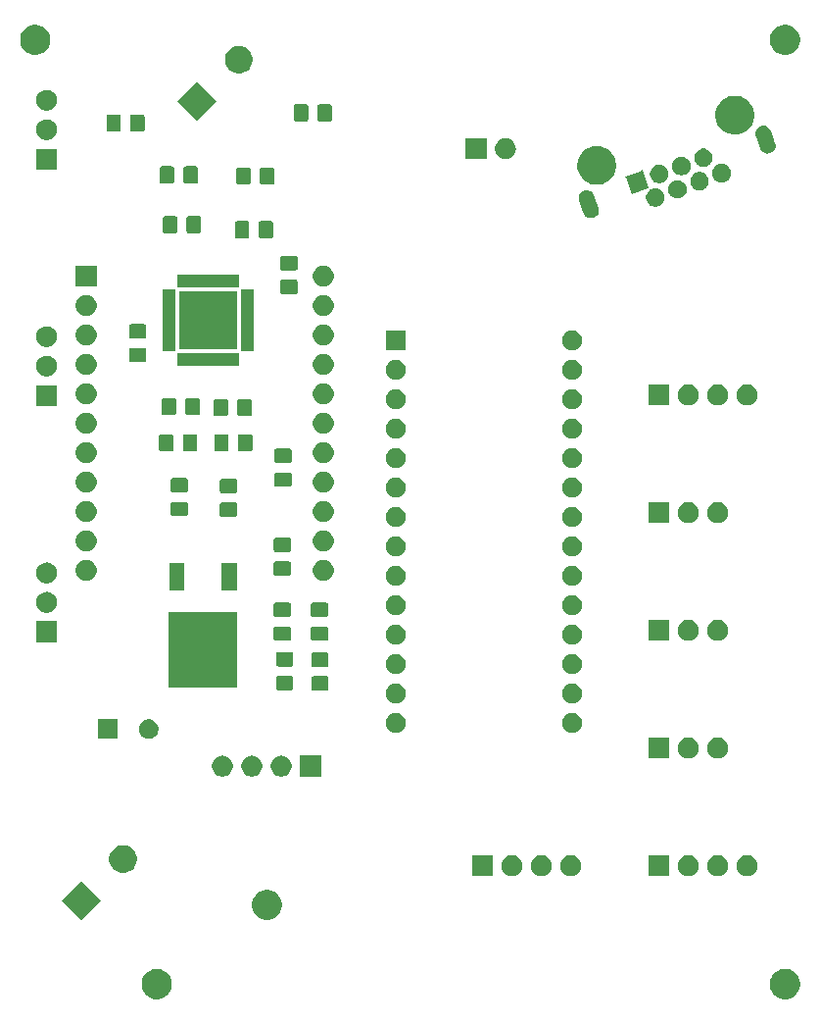
<source format=gbr>
G04 #@! TF.GenerationSoftware,KiCad,Pcbnew,(5.1.6)-1*
G04 #@! TF.CreationDate,2021-07-19T19:05:09-05:00*
G04 #@! TF.ProjectId,ControlBoardT4_22PinSound_PowerAmp,436f6e74-726f-46c4-926f-61726454345f,rev?*
G04 #@! TF.SameCoordinates,Original*
G04 #@! TF.FileFunction,Soldermask,Bot*
G04 #@! TF.FilePolarity,Negative*
%FSLAX46Y46*%
G04 Gerber Fmt 4.6, Leading zero omitted, Abs format (unit mm)*
G04 Created by KiCad (PCBNEW (5.1.6)-1) date 2021-07-19 19:05:09*
%MOMM*%
%LPD*%
G01*
G04 APERTURE LIST*
%ADD10C,0.100000*%
G04 APERTURE END LIST*
D10*
G36*
X177379487Y-152948996D02*
G01*
X177616253Y-153047068D01*
X177616255Y-153047069D01*
X177829339Y-153189447D01*
X178010553Y-153370661D01*
X178152932Y-153583747D01*
X178251004Y-153820513D01*
X178301000Y-154071861D01*
X178301000Y-154328139D01*
X178251004Y-154579487D01*
X178152932Y-154816253D01*
X178152931Y-154816255D01*
X178010553Y-155029339D01*
X177829339Y-155210553D01*
X177616255Y-155352931D01*
X177616254Y-155352932D01*
X177616253Y-155352932D01*
X177379487Y-155451004D01*
X177128139Y-155501000D01*
X176871861Y-155501000D01*
X176620513Y-155451004D01*
X176383747Y-155352932D01*
X176383746Y-155352932D01*
X176383745Y-155352931D01*
X176170661Y-155210553D01*
X175989447Y-155029339D01*
X175847069Y-154816255D01*
X175847068Y-154816253D01*
X175748996Y-154579487D01*
X175699000Y-154328139D01*
X175699000Y-154071861D01*
X175748996Y-153820513D01*
X175847068Y-153583747D01*
X175989447Y-153370661D01*
X176170661Y-153189447D01*
X176383745Y-153047069D01*
X176383747Y-153047068D01*
X176620513Y-152948996D01*
X176871861Y-152899000D01*
X177128139Y-152899000D01*
X177379487Y-152948996D01*
G37*
G36*
X123079487Y-152948996D02*
G01*
X123316253Y-153047068D01*
X123316255Y-153047069D01*
X123529339Y-153189447D01*
X123710553Y-153370661D01*
X123852932Y-153583747D01*
X123951004Y-153820513D01*
X124001000Y-154071861D01*
X124001000Y-154328139D01*
X123951004Y-154579487D01*
X123852932Y-154816253D01*
X123852931Y-154816255D01*
X123710553Y-155029339D01*
X123529339Y-155210553D01*
X123316255Y-155352931D01*
X123316254Y-155352932D01*
X123316253Y-155352932D01*
X123079487Y-155451004D01*
X122828139Y-155501000D01*
X122571861Y-155501000D01*
X122320513Y-155451004D01*
X122083747Y-155352932D01*
X122083746Y-155352932D01*
X122083745Y-155352931D01*
X121870661Y-155210553D01*
X121689447Y-155029339D01*
X121547069Y-154816255D01*
X121547068Y-154816253D01*
X121448996Y-154579487D01*
X121399000Y-154328139D01*
X121399000Y-154071861D01*
X121448996Y-153820513D01*
X121547068Y-153583747D01*
X121689447Y-153370661D01*
X121870661Y-153189447D01*
X122083745Y-153047069D01*
X122083747Y-153047068D01*
X122320513Y-152948996D01*
X122571861Y-152899000D01*
X122828139Y-152899000D01*
X123079487Y-152948996D01*
G37*
G36*
X117888571Y-147000000D02*
G01*
X116200000Y-148688571D01*
X114511429Y-147000000D01*
X116200000Y-145311429D01*
X117888571Y-147000000D01*
G37*
G36*
X132607587Y-146107996D02*
G01*
X132844353Y-146206068D01*
X132844355Y-146206069D01*
X133057439Y-146348447D01*
X133238653Y-146529661D01*
X133381032Y-146742747D01*
X133479104Y-146979513D01*
X133529100Y-147230861D01*
X133529100Y-147487139D01*
X133479104Y-147738487D01*
X133381032Y-147975253D01*
X133381031Y-147975255D01*
X133238653Y-148188339D01*
X133057439Y-148369553D01*
X132844355Y-148511931D01*
X132844354Y-148511932D01*
X132844353Y-148511932D01*
X132607587Y-148610004D01*
X132356239Y-148660000D01*
X132099961Y-148660000D01*
X131848613Y-148610004D01*
X131611847Y-148511932D01*
X131611846Y-148511932D01*
X131611845Y-148511931D01*
X131398761Y-148369553D01*
X131217547Y-148188339D01*
X131075169Y-147975255D01*
X131075168Y-147975253D01*
X130977096Y-147738487D01*
X130927100Y-147487139D01*
X130927100Y-147230861D01*
X130977096Y-146979513D01*
X131075168Y-146742747D01*
X131217547Y-146529661D01*
X131398761Y-146348447D01*
X131611845Y-146206069D01*
X131611847Y-146206068D01*
X131848613Y-146107996D01*
X132099961Y-146058000D01*
X132356239Y-146058000D01*
X132607587Y-146107996D01*
G37*
G36*
X173833512Y-143103927D02*
G01*
X173982812Y-143133624D01*
X174146784Y-143201544D01*
X174294354Y-143300147D01*
X174419853Y-143425646D01*
X174518456Y-143573216D01*
X174586376Y-143737188D01*
X174621000Y-143911259D01*
X174621000Y-144088741D01*
X174586376Y-144262812D01*
X174518456Y-144426784D01*
X174419853Y-144574354D01*
X174294354Y-144699853D01*
X174146784Y-144798456D01*
X173982812Y-144866376D01*
X173833512Y-144896073D01*
X173808742Y-144901000D01*
X173631258Y-144901000D01*
X173606488Y-144896073D01*
X173457188Y-144866376D01*
X173293216Y-144798456D01*
X173145646Y-144699853D01*
X173020147Y-144574354D01*
X172921544Y-144426784D01*
X172853624Y-144262812D01*
X172819000Y-144088741D01*
X172819000Y-143911259D01*
X172853624Y-143737188D01*
X172921544Y-143573216D01*
X173020147Y-143425646D01*
X173145646Y-143300147D01*
X173293216Y-143201544D01*
X173457188Y-143133624D01*
X173606488Y-143103927D01*
X173631258Y-143099000D01*
X173808742Y-143099000D01*
X173833512Y-143103927D01*
G37*
G36*
X158593512Y-143103927D02*
G01*
X158742812Y-143133624D01*
X158906784Y-143201544D01*
X159054354Y-143300147D01*
X159179853Y-143425646D01*
X159278456Y-143573216D01*
X159346376Y-143737188D01*
X159381000Y-143911259D01*
X159381000Y-144088741D01*
X159346376Y-144262812D01*
X159278456Y-144426784D01*
X159179853Y-144574354D01*
X159054354Y-144699853D01*
X158906784Y-144798456D01*
X158742812Y-144866376D01*
X158593512Y-144896073D01*
X158568742Y-144901000D01*
X158391258Y-144901000D01*
X158366488Y-144896073D01*
X158217188Y-144866376D01*
X158053216Y-144798456D01*
X157905646Y-144699853D01*
X157780147Y-144574354D01*
X157681544Y-144426784D01*
X157613624Y-144262812D01*
X157579000Y-144088741D01*
X157579000Y-143911259D01*
X157613624Y-143737188D01*
X157681544Y-143573216D01*
X157780147Y-143425646D01*
X157905646Y-143300147D01*
X158053216Y-143201544D01*
X158217188Y-143133624D01*
X158366488Y-143103927D01*
X158391258Y-143099000D01*
X158568742Y-143099000D01*
X158593512Y-143103927D01*
G37*
G36*
X156053512Y-143103927D02*
G01*
X156202812Y-143133624D01*
X156366784Y-143201544D01*
X156514354Y-143300147D01*
X156639853Y-143425646D01*
X156738456Y-143573216D01*
X156806376Y-143737188D01*
X156841000Y-143911259D01*
X156841000Y-144088741D01*
X156806376Y-144262812D01*
X156738456Y-144426784D01*
X156639853Y-144574354D01*
X156514354Y-144699853D01*
X156366784Y-144798456D01*
X156202812Y-144866376D01*
X156053512Y-144896073D01*
X156028742Y-144901000D01*
X155851258Y-144901000D01*
X155826488Y-144896073D01*
X155677188Y-144866376D01*
X155513216Y-144798456D01*
X155365646Y-144699853D01*
X155240147Y-144574354D01*
X155141544Y-144426784D01*
X155073624Y-144262812D01*
X155039000Y-144088741D01*
X155039000Y-143911259D01*
X155073624Y-143737188D01*
X155141544Y-143573216D01*
X155240147Y-143425646D01*
X155365646Y-143300147D01*
X155513216Y-143201544D01*
X155677188Y-143133624D01*
X155826488Y-143103927D01*
X155851258Y-143099000D01*
X156028742Y-143099000D01*
X156053512Y-143103927D01*
G37*
G36*
X153513512Y-143103927D02*
G01*
X153662812Y-143133624D01*
X153826784Y-143201544D01*
X153974354Y-143300147D01*
X154099853Y-143425646D01*
X154198456Y-143573216D01*
X154266376Y-143737188D01*
X154301000Y-143911259D01*
X154301000Y-144088741D01*
X154266376Y-144262812D01*
X154198456Y-144426784D01*
X154099853Y-144574354D01*
X153974354Y-144699853D01*
X153826784Y-144798456D01*
X153662812Y-144866376D01*
X153513512Y-144896073D01*
X153488742Y-144901000D01*
X153311258Y-144901000D01*
X153286488Y-144896073D01*
X153137188Y-144866376D01*
X152973216Y-144798456D01*
X152825646Y-144699853D01*
X152700147Y-144574354D01*
X152601544Y-144426784D01*
X152533624Y-144262812D01*
X152499000Y-144088741D01*
X152499000Y-143911259D01*
X152533624Y-143737188D01*
X152601544Y-143573216D01*
X152700147Y-143425646D01*
X152825646Y-143300147D01*
X152973216Y-143201544D01*
X153137188Y-143133624D01*
X153286488Y-143103927D01*
X153311258Y-143099000D01*
X153488742Y-143099000D01*
X153513512Y-143103927D01*
G37*
G36*
X151761000Y-144901000D02*
G01*
X149959000Y-144901000D01*
X149959000Y-143099000D01*
X151761000Y-143099000D01*
X151761000Y-144901000D01*
G37*
G36*
X167001000Y-144901000D02*
G01*
X165199000Y-144901000D01*
X165199000Y-143099000D01*
X167001000Y-143099000D01*
X167001000Y-144901000D01*
G37*
G36*
X168753512Y-143103927D02*
G01*
X168902812Y-143133624D01*
X169066784Y-143201544D01*
X169214354Y-143300147D01*
X169339853Y-143425646D01*
X169438456Y-143573216D01*
X169506376Y-143737188D01*
X169541000Y-143911259D01*
X169541000Y-144088741D01*
X169506376Y-144262812D01*
X169438456Y-144426784D01*
X169339853Y-144574354D01*
X169214354Y-144699853D01*
X169066784Y-144798456D01*
X168902812Y-144866376D01*
X168753512Y-144896073D01*
X168728742Y-144901000D01*
X168551258Y-144901000D01*
X168526488Y-144896073D01*
X168377188Y-144866376D01*
X168213216Y-144798456D01*
X168065646Y-144699853D01*
X167940147Y-144574354D01*
X167841544Y-144426784D01*
X167773624Y-144262812D01*
X167739000Y-144088741D01*
X167739000Y-143911259D01*
X167773624Y-143737188D01*
X167841544Y-143573216D01*
X167940147Y-143425646D01*
X168065646Y-143300147D01*
X168213216Y-143201544D01*
X168377188Y-143133624D01*
X168526488Y-143103927D01*
X168551258Y-143099000D01*
X168728742Y-143099000D01*
X168753512Y-143103927D01*
G37*
G36*
X171293512Y-143103927D02*
G01*
X171442812Y-143133624D01*
X171606784Y-143201544D01*
X171754354Y-143300147D01*
X171879853Y-143425646D01*
X171978456Y-143573216D01*
X172046376Y-143737188D01*
X172081000Y-143911259D01*
X172081000Y-144088741D01*
X172046376Y-144262812D01*
X171978456Y-144426784D01*
X171879853Y-144574354D01*
X171754354Y-144699853D01*
X171606784Y-144798456D01*
X171442812Y-144866376D01*
X171293512Y-144896073D01*
X171268742Y-144901000D01*
X171091258Y-144901000D01*
X171066488Y-144896073D01*
X170917188Y-144866376D01*
X170753216Y-144798456D01*
X170605646Y-144699853D01*
X170480147Y-144574354D01*
X170381544Y-144426784D01*
X170313624Y-144262812D01*
X170279000Y-144088741D01*
X170279000Y-143911259D01*
X170313624Y-143737188D01*
X170381544Y-143573216D01*
X170480147Y-143425646D01*
X170605646Y-143300147D01*
X170753216Y-143201544D01*
X170917188Y-143133624D01*
X171066488Y-143103927D01*
X171091258Y-143099000D01*
X171268742Y-143099000D01*
X171293512Y-143103927D01*
G37*
G36*
X120140378Y-142259782D02*
G01*
X120357671Y-142349788D01*
X120357673Y-142349789D01*
X120553232Y-142480458D01*
X120719542Y-142646768D01*
X120850212Y-142842329D01*
X120940218Y-143059622D01*
X120986102Y-143290298D01*
X120986102Y-143525498D01*
X120940218Y-143756174D01*
X120875980Y-143911258D01*
X120850211Y-143973469D01*
X120719542Y-144169028D01*
X120553232Y-144335338D01*
X120357673Y-144466007D01*
X120357672Y-144466008D01*
X120357671Y-144466008D01*
X120140378Y-144556014D01*
X119909702Y-144601898D01*
X119674502Y-144601898D01*
X119443826Y-144556014D01*
X119226533Y-144466008D01*
X119226532Y-144466008D01*
X119226531Y-144466007D01*
X119030972Y-144335338D01*
X118864662Y-144169028D01*
X118733993Y-143973469D01*
X118708224Y-143911258D01*
X118643986Y-143756174D01*
X118598102Y-143525498D01*
X118598102Y-143290298D01*
X118643986Y-143059622D01*
X118733992Y-142842329D01*
X118864662Y-142646768D01*
X119030972Y-142480458D01*
X119226531Y-142349789D01*
X119226533Y-142349788D01*
X119443826Y-142259782D01*
X119674502Y-142213898D01*
X119909702Y-142213898D01*
X120140378Y-142259782D01*
G37*
G36*
X136901000Y-136301000D02*
G01*
X135099000Y-136301000D01*
X135099000Y-134499000D01*
X136901000Y-134499000D01*
X136901000Y-136301000D01*
G37*
G36*
X133573512Y-134503927D02*
G01*
X133722812Y-134533624D01*
X133886784Y-134601544D01*
X134034354Y-134700147D01*
X134159853Y-134825646D01*
X134258456Y-134973216D01*
X134326376Y-135137188D01*
X134361000Y-135311259D01*
X134361000Y-135488741D01*
X134326376Y-135662812D01*
X134258456Y-135826784D01*
X134159853Y-135974354D01*
X134034354Y-136099853D01*
X133886784Y-136198456D01*
X133722812Y-136266376D01*
X133573512Y-136296073D01*
X133548742Y-136301000D01*
X133371258Y-136301000D01*
X133346488Y-136296073D01*
X133197188Y-136266376D01*
X133033216Y-136198456D01*
X132885646Y-136099853D01*
X132760147Y-135974354D01*
X132661544Y-135826784D01*
X132593624Y-135662812D01*
X132559000Y-135488741D01*
X132559000Y-135311259D01*
X132593624Y-135137188D01*
X132661544Y-134973216D01*
X132760147Y-134825646D01*
X132885646Y-134700147D01*
X133033216Y-134601544D01*
X133197188Y-134533624D01*
X133346488Y-134503927D01*
X133371258Y-134499000D01*
X133548742Y-134499000D01*
X133573512Y-134503927D01*
G37*
G36*
X131033512Y-134503927D02*
G01*
X131182812Y-134533624D01*
X131346784Y-134601544D01*
X131494354Y-134700147D01*
X131619853Y-134825646D01*
X131718456Y-134973216D01*
X131786376Y-135137188D01*
X131821000Y-135311259D01*
X131821000Y-135488741D01*
X131786376Y-135662812D01*
X131718456Y-135826784D01*
X131619853Y-135974354D01*
X131494354Y-136099853D01*
X131346784Y-136198456D01*
X131182812Y-136266376D01*
X131033512Y-136296073D01*
X131008742Y-136301000D01*
X130831258Y-136301000D01*
X130806488Y-136296073D01*
X130657188Y-136266376D01*
X130493216Y-136198456D01*
X130345646Y-136099853D01*
X130220147Y-135974354D01*
X130121544Y-135826784D01*
X130053624Y-135662812D01*
X130019000Y-135488741D01*
X130019000Y-135311259D01*
X130053624Y-135137188D01*
X130121544Y-134973216D01*
X130220147Y-134825646D01*
X130345646Y-134700147D01*
X130493216Y-134601544D01*
X130657188Y-134533624D01*
X130806488Y-134503927D01*
X130831258Y-134499000D01*
X131008742Y-134499000D01*
X131033512Y-134503927D01*
G37*
G36*
X128493512Y-134503927D02*
G01*
X128642812Y-134533624D01*
X128806784Y-134601544D01*
X128954354Y-134700147D01*
X129079853Y-134825646D01*
X129178456Y-134973216D01*
X129246376Y-135137188D01*
X129281000Y-135311259D01*
X129281000Y-135488741D01*
X129246376Y-135662812D01*
X129178456Y-135826784D01*
X129079853Y-135974354D01*
X128954354Y-136099853D01*
X128806784Y-136198456D01*
X128642812Y-136266376D01*
X128493512Y-136296073D01*
X128468742Y-136301000D01*
X128291258Y-136301000D01*
X128266488Y-136296073D01*
X128117188Y-136266376D01*
X127953216Y-136198456D01*
X127805646Y-136099853D01*
X127680147Y-135974354D01*
X127581544Y-135826784D01*
X127513624Y-135662812D01*
X127479000Y-135488741D01*
X127479000Y-135311259D01*
X127513624Y-135137188D01*
X127581544Y-134973216D01*
X127680147Y-134825646D01*
X127805646Y-134700147D01*
X127953216Y-134601544D01*
X128117188Y-134533624D01*
X128266488Y-134503927D01*
X128291258Y-134499000D01*
X128468742Y-134499000D01*
X128493512Y-134503927D01*
G37*
G36*
X167001000Y-134741000D02*
G01*
X165199000Y-134741000D01*
X165199000Y-132939000D01*
X167001000Y-132939000D01*
X167001000Y-134741000D01*
G37*
G36*
X171293512Y-132943927D02*
G01*
X171442812Y-132973624D01*
X171606784Y-133041544D01*
X171754354Y-133140147D01*
X171879853Y-133265646D01*
X171978456Y-133413216D01*
X172046376Y-133577188D01*
X172081000Y-133751259D01*
X172081000Y-133928741D01*
X172046376Y-134102812D01*
X171978456Y-134266784D01*
X171879853Y-134414354D01*
X171754354Y-134539853D01*
X171606784Y-134638456D01*
X171442812Y-134706376D01*
X171293512Y-134736073D01*
X171268742Y-134741000D01*
X171091258Y-134741000D01*
X171066488Y-134736073D01*
X170917188Y-134706376D01*
X170753216Y-134638456D01*
X170605646Y-134539853D01*
X170480147Y-134414354D01*
X170381544Y-134266784D01*
X170313624Y-134102812D01*
X170279000Y-133928741D01*
X170279000Y-133751259D01*
X170313624Y-133577188D01*
X170381544Y-133413216D01*
X170480147Y-133265646D01*
X170605646Y-133140147D01*
X170753216Y-133041544D01*
X170917188Y-132973624D01*
X171066488Y-132943927D01*
X171091258Y-132939000D01*
X171268742Y-132939000D01*
X171293512Y-132943927D01*
G37*
G36*
X168753512Y-132943927D02*
G01*
X168902812Y-132973624D01*
X169066784Y-133041544D01*
X169214354Y-133140147D01*
X169339853Y-133265646D01*
X169438456Y-133413216D01*
X169506376Y-133577188D01*
X169541000Y-133751259D01*
X169541000Y-133928741D01*
X169506376Y-134102812D01*
X169438456Y-134266784D01*
X169339853Y-134414354D01*
X169214354Y-134539853D01*
X169066784Y-134638456D01*
X168902812Y-134706376D01*
X168753512Y-134736073D01*
X168728742Y-134741000D01*
X168551258Y-134741000D01*
X168526488Y-134736073D01*
X168377188Y-134706376D01*
X168213216Y-134638456D01*
X168065646Y-134539853D01*
X167940147Y-134414354D01*
X167841544Y-134266784D01*
X167773624Y-134102812D01*
X167739000Y-133928741D01*
X167739000Y-133751259D01*
X167773624Y-133577188D01*
X167841544Y-133413216D01*
X167940147Y-133265646D01*
X168065646Y-133140147D01*
X168213216Y-133041544D01*
X168377188Y-132973624D01*
X168526488Y-132943927D01*
X168551258Y-132939000D01*
X168728742Y-132939000D01*
X168753512Y-132943927D01*
G37*
G36*
X122248228Y-131381703D02*
G01*
X122403100Y-131445853D01*
X122542481Y-131538985D01*
X122661015Y-131657519D01*
X122754147Y-131796900D01*
X122818297Y-131951772D01*
X122851000Y-132116184D01*
X122851000Y-132283816D01*
X122818297Y-132448228D01*
X122754147Y-132603100D01*
X122661015Y-132742481D01*
X122542481Y-132861015D01*
X122403100Y-132954147D01*
X122248228Y-133018297D01*
X122083816Y-133051000D01*
X121916184Y-133051000D01*
X121751772Y-133018297D01*
X121596900Y-132954147D01*
X121457519Y-132861015D01*
X121338985Y-132742481D01*
X121245853Y-132603100D01*
X121181703Y-132448228D01*
X121149000Y-132283816D01*
X121149000Y-132116184D01*
X121181703Y-131951772D01*
X121245853Y-131796900D01*
X121338985Y-131657519D01*
X121457519Y-131538985D01*
X121596900Y-131445853D01*
X121751772Y-131381703D01*
X121916184Y-131349000D01*
X122083816Y-131349000D01*
X122248228Y-131381703D01*
G37*
G36*
X119351000Y-133051000D02*
G01*
X117649000Y-133051000D01*
X117649000Y-131349000D01*
X119351000Y-131349000D01*
X119351000Y-133051000D01*
G37*
G36*
X143605228Y-130839703D02*
G01*
X143760100Y-130903853D01*
X143899481Y-130996985D01*
X144018015Y-131115519D01*
X144111147Y-131254900D01*
X144175297Y-131409772D01*
X144208000Y-131574184D01*
X144208000Y-131741816D01*
X144175297Y-131906228D01*
X144111147Y-132061100D01*
X144018015Y-132200481D01*
X143899481Y-132319015D01*
X143760100Y-132412147D01*
X143605228Y-132476297D01*
X143440816Y-132509000D01*
X143273184Y-132509000D01*
X143108772Y-132476297D01*
X142953900Y-132412147D01*
X142814519Y-132319015D01*
X142695985Y-132200481D01*
X142602853Y-132061100D01*
X142538703Y-131906228D01*
X142506000Y-131741816D01*
X142506000Y-131574184D01*
X142538703Y-131409772D01*
X142602853Y-131254900D01*
X142695985Y-131115519D01*
X142814519Y-130996985D01*
X142953900Y-130903853D01*
X143108772Y-130839703D01*
X143273184Y-130807000D01*
X143440816Y-130807000D01*
X143605228Y-130839703D01*
G37*
G36*
X158845228Y-130839703D02*
G01*
X159000100Y-130903853D01*
X159139481Y-130996985D01*
X159258015Y-131115519D01*
X159351147Y-131254900D01*
X159415297Y-131409772D01*
X159448000Y-131574184D01*
X159448000Y-131741816D01*
X159415297Y-131906228D01*
X159351147Y-132061100D01*
X159258015Y-132200481D01*
X159139481Y-132319015D01*
X159000100Y-132412147D01*
X158845228Y-132476297D01*
X158680816Y-132509000D01*
X158513184Y-132509000D01*
X158348772Y-132476297D01*
X158193900Y-132412147D01*
X158054519Y-132319015D01*
X157935985Y-132200481D01*
X157842853Y-132061100D01*
X157778703Y-131906228D01*
X157746000Y-131741816D01*
X157746000Y-131574184D01*
X157778703Y-131409772D01*
X157842853Y-131254900D01*
X157935985Y-131115519D01*
X158054519Y-130996985D01*
X158193900Y-130903853D01*
X158348772Y-130839703D01*
X158513184Y-130807000D01*
X158680816Y-130807000D01*
X158845228Y-130839703D01*
G37*
G36*
X158845228Y-128299703D02*
G01*
X159000100Y-128363853D01*
X159139481Y-128456985D01*
X159258015Y-128575519D01*
X159351147Y-128714900D01*
X159415297Y-128869772D01*
X159448000Y-129034184D01*
X159448000Y-129201816D01*
X159415297Y-129366228D01*
X159351147Y-129521100D01*
X159258015Y-129660481D01*
X159139481Y-129779015D01*
X159000100Y-129872147D01*
X158845228Y-129936297D01*
X158680816Y-129969000D01*
X158513184Y-129969000D01*
X158348772Y-129936297D01*
X158193900Y-129872147D01*
X158054519Y-129779015D01*
X157935985Y-129660481D01*
X157842853Y-129521100D01*
X157778703Y-129366228D01*
X157746000Y-129201816D01*
X157746000Y-129034184D01*
X157778703Y-128869772D01*
X157842853Y-128714900D01*
X157935985Y-128575519D01*
X158054519Y-128456985D01*
X158193900Y-128363853D01*
X158348772Y-128299703D01*
X158513184Y-128267000D01*
X158680816Y-128267000D01*
X158845228Y-128299703D01*
G37*
G36*
X143605228Y-128299703D02*
G01*
X143760100Y-128363853D01*
X143899481Y-128456985D01*
X144018015Y-128575519D01*
X144111147Y-128714900D01*
X144175297Y-128869772D01*
X144208000Y-129034184D01*
X144208000Y-129201816D01*
X144175297Y-129366228D01*
X144111147Y-129521100D01*
X144018015Y-129660481D01*
X143899481Y-129779015D01*
X143760100Y-129872147D01*
X143605228Y-129936297D01*
X143440816Y-129969000D01*
X143273184Y-129969000D01*
X143108772Y-129936297D01*
X142953900Y-129872147D01*
X142814519Y-129779015D01*
X142695985Y-129660481D01*
X142602853Y-129521100D01*
X142538703Y-129366228D01*
X142506000Y-129201816D01*
X142506000Y-129034184D01*
X142538703Y-128869772D01*
X142602853Y-128714900D01*
X142695985Y-128575519D01*
X142814519Y-128456985D01*
X142953900Y-128363853D01*
X143108772Y-128299703D01*
X143273184Y-128267000D01*
X143440816Y-128267000D01*
X143605228Y-128299703D01*
G37*
G36*
X137399994Y-127640685D02*
G01*
X137437687Y-127652119D01*
X137472423Y-127670686D01*
X137502868Y-127695672D01*
X137527854Y-127726117D01*
X137546421Y-127760853D01*
X137557855Y-127798546D01*
X137562320Y-127843881D01*
X137562320Y-128680559D01*
X137557855Y-128725894D01*
X137546421Y-128763587D01*
X137527854Y-128798323D01*
X137502868Y-128828768D01*
X137472423Y-128853754D01*
X137437687Y-128872321D01*
X137399994Y-128883755D01*
X137354659Y-128888220D01*
X136267981Y-128888220D01*
X136222646Y-128883755D01*
X136184953Y-128872321D01*
X136150217Y-128853754D01*
X136119772Y-128828768D01*
X136094786Y-128798323D01*
X136076219Y-128763587D01*
X136064785Y-128725894D01*
X136060320Y-128680559D01*
X136060320Y-127843881D01*
X136064785Y-127798546D01*
X136076219Y-127760853D01*
X136094786Y-127726117D01*
X136119772Y-127695672D01*
X136150217Y-127670686D01*
X136184953Y-127652119D01*
X136222646Y-127640685D01*
X136267981Y-127636220D01*
X137354659Y-127636220D01*
X137399994Y-127640685D01*
G37*
G36*
X134354534Y-127600045D02*
G01*
X134392227Y-127611479D01*
X134426963Y-127630046D01*
X134457408Y-127655032D01*
X134482394Y-127685477D01*
X134500961Y-127720213D01*
X134512395Y-127757906D01*
X134516860Y-127803241D01*
X134516860Y-128639919D01*
X134512395Y-128685254D01*
X134500961Y-128722947D01*
X134482394Y-128757683D01*
X134457408Y-128788128D01*
X134426963Y-128813114D01*
X134392227Y-128831681D01*
X134354534Y-128843115D01*
X134309199Y-128847580D01*
X133222521Y-128847580D01*
X133177186Y-128843115D01*
X133139493Y-128831681D01*
X133104757Y-128813114D01*
X133074312Y-128788128D01*
X133049326Y-128757683D01*
X133030759Y-128722947D01*
X133019325Y-128685254D01*
X133014860Y-128639919D01*
X133014860Y-127803241D01*
X133019325Y-127757906D01*
X133030759Y-127720213D01*
X133049326Y-127685477D01*
X133074312Y-127655032D01*
X133104757Y-127630046D01*
X133139493Y-127611479D01*
X133177186Y-127600045D01*
X133222521Y-127595580D01*
X134309199Y-127595580D01*
X134354534Y-127600045D01*
G37*
G36*
X129659200Y-128602400D02*
G01*
X123757200Y-128602400D01*
X123757200Y-122100400D01*
X129659200Y-122100400D01*
X129659200Y-128602400D01*
G37*
G36*
X143605228Y-125759703D02*
G01*
X143760100Y-125823853D01*
X143899481Y-125916985D01*
X144018015Y-126035519D01*
X144111147Y-126174900D01*
X144175297Y-126329772D01*
X144208000Y-126494184D01*
X144208000Y-126661816D01*
X144175297Y-126826228D01*
X144111147Y-126981100D01*
X144018015Y-127120481D01*
X143899481Y-127239015D01*
X143760100Y-127332147D01*
X143605228Y-127396297D01*
X143440816Y-127429000D01*
X143273184Y-127429000D01*
X143108772Y-127396297D01*
X142953900Y-127332147D01*
X142814519Y-127239015D01*
X142695985Y-127120481D01*
X142602853Y-126981100D01*
X142538703Y-126826228D01*
X142506000Y-126661816D01*
X142506000Y-126494184D01*
X142538703Y-126329772D01*
X142602853Y-126174900D01*
X142695985Y-126035519D01*
X142814519Y-125916985D01*
X142953900Y-125823853D01*
X143108772Y-125759703D01*
X143273184Y-125727000D01*
X143440816Y-125727000D01*
X143605228Y-125759703D01*
G37*
G36*
X158845228Y-125759703D02*
G01*
X159000100Y-125823853D01*
X159139481Y-125916985D01*
X159258015Y-126035519D01*
X159351147Y-126174900D01*
X159415297Y-126329772D01*
X159448000Y-126494184D01*
X159448000Y-126661816D01*
X159415297Y-126826228D01*
X159351147Y-126981100D01*
X159258015Y-127120481D01*
X159139481Y-127239015D01*
X159000100Y-127332147D01*
X158845228Y-127396297D01*
X158680816Y-127429000D01*
X158513184Y-127429000D01*
X158348772Y-127396297D01*
X158193900Y-127332147D01*
X158054519Y-127239015D01*
X157935985Y-127120481D01*
X157842853Y-126981100D01*
X157778703Y-126826228D01*
X157746000Y-126661816D01*
X157746000Y-126494184D01*
X157778703Y-126329772D01*
X157842853Y-126174900D01*
X157935985Y-126035519D01*
X158054519Y-125916985D01*
X158193900Y-125823853D01*
X158348772Y-125759703D01*
X158513184Y-125727000D01*
X158680816Y-125727000D01*
X158845228Y-125759703D01*
G37*
G36*
X137399994Y-125590685D02*
G01*
X137437687Y-125602119D01*
X137472423Y-125620686D01*
X137502868Y-125645672D01*
X137527854Y-125676117D01*
X137546421Y-125710853D01*
X137557855Y-125748546D01*
X137562320Y-125793881D01*
X137562320Y-126630559D01*
X137557855Y-126675894D01*
X137546421Y-126713587D01*
X137527854Y-126748323D01*
X137502868Y-126778768D01*
X137472423Y-126803754D01*
X137437687Y-126822321D01*
X137399994Y-126833755D01*
X137354659Y-126838220D01*
X136267981Y-126838220D01*
X136222646Y-126833755D01*
X136184953Y-126822321D01*
X136150217Y-126803754D01*
X136119772Y-126778768D01*
X136094786Y-126748323D01*
X136076219Y-126713587D01*
X136064785Y-126675894D01*
X136060320Y-126630559D01*
X136060320Y-125793881D01*
X136064785Y-125748546D01*
X136076219Y-125710853D01*
X136094786Y-125676117D01*
X136119772Y-125645672D01*
X136150217Y-125620686D01*
X136184953Y-125602119D01*
X136222646Y-125590685D01*
X136267981Y-125586220D01*
X137354659Y-125586220D01*
X137399994Y-125590685D01*
G37*
G36*
X134354534Y-125550045D02*
G01*
X134392227Y-125561479D01*
X134426963Y-125580046D01*
X134457408Y-125605032D01*
X134482394Y-125635477D01*
X134500961Y-125670213D01*
X134512395Y-125707906D01*
X134516860Y-125753241D01*
X134516860Y-126589919D01*
X134512395Y-126635254D01*
X134500961Y-126672947D01*
X134482394Y-126707683D01*
X134457408Y-126738128D01*
X134426963Y-126763114D01*
X134392227Y-126781681D01*
X134354534Y-126793115D01*
X134309199Y-126797580D01*
X133222521Y-126797580D01*
X133177186Y-126793115D01*
X133139493Y-126781681D01*
X133104757Y-126763114D01*
X133074312Y-126738128D01*
X133049326Y-126707683D01*
X133030759Y-126672947D01*
X133019325Y-126635254D01*
X133014860Y-126589919D01*
X133014860Y-125753241D01*
X133019325Y-125707906D01*
X133030759Y-125670213D01*
X133049326Y-125635477D01*
X133074312Y-125605032D01*
X133104757Y-125580046D01*
X133139493Y-125561479D01*
X133177186Y-125550045D01*
X133222521Y-125545580D01*
X134309199Y-125545580D01*
X134354534Y-125550045D01*
G37*
G36*
X143605228Y-123219703D02*
G01*
X143760100Y-123283853D01*
X143899481Y-123376985D01*
X144018015Y-123495519D01*
X144111147Y-123634900D01*
X144175297Y-123789772D01*
X144208000Y-123954184D01*
X144208000Y-124121816D01*
X144175297Y-124286228D01*
X144111147Y-124441100D01*
X144018015Y-124580481D01*
X143899481Y-124699015D01*
X143760100Y-124792147D01*
X143605228Y-124856297D01*
X143440816Y-124889000D01*
X143273184Y-124889000D01*
X143108772Y-124856297D01*
X142953900Y-124792147D01*
X142814519Y-124699015D01*
X142695985Y-124580481D01*
X142602853Y-124441100D01*
X142538703Y-124286228D01*
X142506000Y-124121816D01*
X142506000Y-123954184D01*
X142538703Y-123789772D01*
X142602853Y-123634900D01*
X142695985Y-123495519D01*
X142814519Y-123376985D01*
X142953900Y-123283853D01*
X143108772Y-123219703D01*
X143273184Y-123187000D01*
X143440816Y-123187000D01*
X143605228Y-123219703D01*
G37*
G36*
X158845228Y-123219703D02*
G01*
X159000100Y-123283853D01*
X159139481Y-123376985D01*
X159258015Y-123495519D01*
X159351147Y-123634900D01*
X159415297Y-123789772D01*
X159448000Y-123954184D01*
X159448000Y-124121816D01*
X159415297Y-124286228D01*
X159351147Y-124441100D01*
X159258015Y-124580481D01*
X159139481Y-124699015D01*
X159000100Y-124792147D01*
X158845228Y-124856297D01*
X158680816Y-124889000D01*
X158513184Y-124889000D01*
X158348772Y-124856297D01*
X158193900Y-124792147D01*
X158054519Y-124699015D01*
X157935985Y-124580481D01*
X157842853Y-124441100D01*
X157778703Y-124286228D01*
X157746000Y-124121816D01*
X157746000Y-123954184D01*
X157778703Y-123789772D01*
X157842853Y-123634900D01*
X157935985Y-123495519D01*
X158054519Y-123376985D01*
X158193900Y-123283853D01*
X158348772Y-123219703D01*
X158513184Y-123187000D01*
X158680816Y-123187000D01*
X158845228Y-123219703D01*
G37*
G36*
X114101000Y-124701000D02*
G01*
X112299000Y-124701000D01*
X112299000Y-122899000D01*
X114101000Y-122899000D01*
X114101000Y-124701000D01*
G37*
G36*
X171293512Y-122783927D02*
G01*
X171442812Y-122813624D01*
X171606784Y-122881544D01*
X171754354Y-122980147D01*
X171879853Y-123105646D01*
X171978456Y-123253216D01*
X172046376Y-123417188D01*
X172081000Y-123591259D01*
X172081000Y-123768741D01*
X172046376Y-123942812D01*
X171978456Y-124106784D01*
X171879853Y-124254354D01*
X171754354Y-124379853D01*
X171606784Y-124478456D01*
X171442812Y-124546376D01*
X171299459Y-124574890D01*
X171268742Y-124581000D01*
X171091258Y-124581000D01*
X171060541Y-124574890D01*
X170917188Y-124546376D01*
X170753216Y-124478456D01*
X170605646Y-124379853D01*
X170480147Y-124254354D01*
X170381544Y-124106784D01*
X170313624Y-123942812D01*
X170279000Y-123768741D01*
X170279000Y-123591259D01*
X170313624Y-123417188D01*
X170381544Y-123253216D01*
X170480147Y-123105646D01*
X170605646Y-122980147D01*
X170753216Y-122881544D01*
X170917188Y-122813624D01*
X171066488Y-122783927D01*
X171091258Y-122779000D01*
X171268742Y-122779000D01*
X171293512Y-122783927D01*
G37*
G36*
X167001000Y-124581000D02*
G01*
X165199000Y-124581000D01*
X165199000Y-122779000D01*
X167001000Y-122779000D01*
X167001000Y-124581000D01*
G37*
G36*
X168753512Y-122783927D02*
G01*
X168902812Y-122813624D01*
X169066784Y-122881544D01*
X169214354Y-122980147D01*
X169339853Y-123105646D01*
X169438456Y-123253216D01*
X169506376Y-123417188D01*
X169541000Y-123591259D01*
X169541000Y-123768741D01*
X169506376Y-123942812D01*
X169438456Y-124106784D01*
X169339853Y-124254354D01*
X169214354Y-124379853D01*
X169066784Y-124478456D01*
X168902812Y-124546376D01*
X168759459Y-124574890D01*
X168728742Y-124581000D01*
X168551258Y-124581000D01*
X168520541Y-124574890D01*
X168377188Y-124546376D01*
X168213216Y-124478456D01*
X168065646Y-124379853D01*
X167940147Y-124254354D01*
X167841544Y-124106784D01*
X167773624Y-123942812D01*
X167739000Y-123768741D01*
X167739000Y-123591259D01*
X167773624Y-123417188D01*
X167841544Y-123253216D01*
X167940147Y-123105646D01*
X168065646Y-122980147D01*
X168213216Y-122881544D01*
X168377188Y-122813624D01*
X168526488Y-122783927D01*
X168551258Y-122779000D01*
X168728742Y-122779000D01*
X168753512Y-122783927D01*
G37*
G36*
X134144714Y-123332585D02*
G01*
X134182407Y-123344019D01*
X134217143Y-123362586D01*
X134247588Y-123387572D01*
X134272574Y-123418017D01*
X134291141Y-123452753D01*
X134302575Y-123490446D01*
X134307040Y-123535781D01*
X134307040Y-124372459D01*
X134302575Y-124417794D01*
X134291141Y-124455487D01*
X134272574Y-124490223D01*
X134247588Y-124520668D01*
X134217143Y-124545654D01*
X134182407Y-124564221D01*
X134144714Y-124575655D01*
X134099379Y-124580120D01*
X133012701Y-124580120D01*
X132967366Y-124575655D01*
X132929673Y-124564221D01*
X132894937Y-124545654D01*
X132864492Y-124520668D01*
X132839506Y-124490223D01*
X132820939Y-124455487D01*
X132809505Y-124417794D01*
X132805040Y-124372459D01*
X132805040Y-123535781D01*
X132809505Y-123490446D01*
X132820939Y-123452753D01*
X132839506Y-123418017D01*
X132864492Y-123387572D01*
X132894937Y-123362586D01*
X132929673Y-123344019D01*
X132967366Y-123332585D01*
X133012701Y-123328120D01*
X134099379Y-123328120D01*
X134144714Y-123332585D01*
G37*
G36*
X137370514Y-123332585D02*
G01*
X137408207Y-123344019D01*
X137442943Y-123362586D01*
X137473388Y-123387572D01*
X137498374Y-123418017D01*
X137516941Y-123452753D01*
X137528375Y-123490446D01*
X137532840Y-123535781D01*
X137532840Y-124372459D01*
X137528375Y-124417794D01*
X137516941Y-124455487D01*
X137498374Y-124490223D01*
X137473388Y-124520668D01*
X137442943Y-124545654D01*
X137408207Y-124564221D01*
X137370514Y-124575655D01*
X137325179Y-124580120D01*
X136238501Y-124580120D01*
X136193166Y-124575655D01*
X136155473Y-124564221D01*
X136120737Y-124545654D01*
X136090292Y-124520668D01*
X136065306Y-124490223D01*
X136046739Y-124455487D01*
X136035305Y-124417794D01*
X136030840Y-124372459D01*
X136030840Y-123535781D01*
X136035305Y-123490446D01*
X136046739Y-123452753D01*
X136065306Y-123418017D01*
X136090292Y-123387572D01*
X136120737Y-123362586D01*
X136155473Y-123344019D01*
X136193166Y-123332585D01*
X136238501Y-123328120D01*
X137325179Y-123328120D01*
X137370514Y-123332585D01*
G37*
G36*
X137370514Y-121282585D02*
G01*
X137408207Y-121294019D01*
X137442943Y-121312586D01*
X137473388Y-121337572D01*
X137498374Y-121368017D01*
X137516941Y-121402753D01*
X137528375Y-121440446D01*
X137532840Y-121485781D01*
X137532840Y-122322459D01*
X137528375Y-122367794D01*
X137516941Y-122405487D01*
X137498374Y-122440223D01*
X137473388Y-122470668D01*
X137442943Y-122495654D01*
X137408207Y-122514221D01*
X137370514Y-122525655D01*
X137325179Y-122530120D01*
X136238501Y-122530120D01*
X136193166Y-122525655D01*
X136155473Y-122514221D01*
X136120737Y-122495654D01*
X136090292Y-122470668D01*
X136065306Y-122440223D01*
X136046739Y-122405487D01*
X136035305Y-122367794D01*
X136030840Y-122322459D01*
X136030840Y-121485781D01*
X136035305Y-121440446D01*
X136046739Y-121402753D01*
X136065306Y-121368017D01*
X136090292Y-121337572D01*
X136120737Y-121312586D01*
X136155473Y-121294019D01*
X136193166Y-121282585D01*
X136238501Y-121278120D01*
X137325179Y-121278120D01*
X137370514Y-121282585D01*
G37*
G36*
X134144714Y-121282585D02*
G01*
X134182407Y-121294019D01*
X134217143Y-121312586D01*
X134247588Y-121337572D01*
X134272574Y-121368017D01*
X134291141Y-121402753D01*
X134302575Y-121440446D01*
X134307040Y-121485781D01*
X134307040Y-122322459D01*
X134302575Y-122367794D01*
X134291141Y-122405487D01*
X134272574Y-122440223D01*
X134247588Y-122470668D01*
X134217143Y-122495654D01*
X134182407Y-122514221D01*
X134144714Y-122525655D01*
X134099379Y-122530120D01*
X133012701Y-122530120D01*
X132967366Y-122525655D01*
X132929673Y-122514221D01*
X132894937Y-122495654D01*
X132864492Y-122470668D01*
X132839506Y-122440223D01*
X132820939Y-122405487D01*
X132809505Y-122367794D01*
X132805040Y-122322459D01*
X132805040Y-121485781D01*
X132809505Y-121440446D01*
X132820939Y-121402753D01*
X132839506Y-121368017D01*
X132864492Y-121337572D01*
X132894937Y-121312586D01*
X132929673Y-121294019D01*
X132967366Y-121282585D01*
X133012701Y-121278120D01*
X134099379Y-121278120D01*
X134144714Y-121282585D01*
G37*
G36*
X143605228Y-120679703D02*
G01*
X143760100Y-120743853D01*
X143899481Y-120836985D01*
X144018015Y-120955519D01*
X144111147Y-121094900D01*
X144175297Y-121249772D01*
X144208000Y-121414184D01*
X144208000Y-121581816D01*
X144175297Y-121746228D01*
X144111147Y-121901100D01*
X144018015Y-122040481D01*
X143899481Y-122159015D01*
X143760100Y-122252147D01*
X143605228Y-122316297D01*
X143440816Y-122349000D01*
X143273184Y-122349000D01*
X143108772Y-122316297D01*
X142953900Y-122252147D01*
X142814519Y-122159015D01*
X142695985Y-122040481D01*
X142602853Y-121901100D01*
X142538703Y-121746228D01*
X142506000Y-121581816D01*
X142506000Y-121414184D01*
X142538703Y-121249772D01*
X142602853Y-121094900D01*
X142695985Y-120955519D01*
X142814519Y-120836985D01*
X142953900Y-120743853D01*
X143108772Y-120679703D01*
X143273184Y-120647000D01*
X143440816Y-120647000D01*
X143605228Y-120679703D01*
G37*
G36*
X158845228Y-120679703D02*
G01*
X159000100Y-120743853D01*
X159139481Y-120836985D01*
X159258015Y-120955519D01*
X159351147Y-121094900D01*
X159415297Y-121249772D01*
X159448000Y-121414184D01*
X159448000Y-121581816D01*
X159415297Y-121746228D01*
X159351147Y-121901100D01*
X159258015Y-122040481D01*
X159139481Y-122159015D01*
X159000100Y-122252147D01*
X158845228Y-122316297D01*
X158680816Y-122349000D01*
X158513184Y-122349000D01*
X158348772Y-122316297D01*
X158193900Y-122252147D01*
X158054519Y-122159015D01*
X157935985Y-122040481D01*
X157842853Y-121901100D01*
X157778703Y-121746228D01*
X157746000Y-121581816D01*
X157746000Y-121414184D01*
X157778703Y-121249772D01*
X157842853Y-121094900D01*
X157935985Y-120955519D01*
X158054519Y-120836985D01*
X158193900Y-120743853D01*
X158348772Y-120679703D01*
X158513184Y-120647000D01*
X158680816Y-120647000D01*
X158845228Y-120679703D01*
G37*
G36*
X113313512Y-120363927D02*
G01*
X113462812Y-120393624D01*
X113626784Y-120461544D01*
X113774354Y-120560147D01*
X113899853Y-120685646D01*
X113998456Y-120833216D01*
X114066376Y-120997188D01*
X114101000Y-121171259D01*
X114101000Y-121348741D01*
X114066376Y-121522812D01*
X113998456Y-121686784D01*
X113899853Y-121834354D01*
X113774354Y-121959853D01*
X113626784Y-122058456D01*
X113462812Y-122126376D01*
X113313512Y-122156073D01*
X113288742Y-122161000D01*
X113111258Y-122161000D01*
X113086488Y-122156073D01*
X112937188Y-122126376D01*
X112773216Y-122058456D01*
X112625646Y-121959853D01*
X112500147Y-121834354D01*
X112401544Y-121686784D01*
X112333624Y-121522812D01*
X112299000Y-121348741D01*
X112299000Y-121171259D01*
X112333624Y-120997188D01*
X112401544Y-120833216D01*
X112500147Y-120685646D01*
X112625646Y-120560147D01*
X112773216Y-120461544D01*
X112937188Y-120393624D01*
X113086488Y-120363927D01*
X113111258Y-120359000D01*
X113288742Y-120359000D01*
X113313512Y-120363927D01*
G37*
G36*
X129639200Y-120202400D02*
G01*
X128337200Y-120202400D01*
X128337200Y-117900400D01*
X129639200Y-117900400D01*
X129639200Y-120202400D01*
G37*
G36*
X125079200Y-120202400D02*
G01*
X123777200Y-120202400D01*
X123777200Y-117900400D01*
X125079200Y-117900400D01*
X125079200Y-120202400D01*
G37*
G36*
X143605228Y-118139703D02*
G01*
X143760100Y-118203853D01*
X143899481Y-118296985D01*
X144018015Y-118415519D01*
X144111147Y-118554900D01*
X144175297Y-118709772D01*
X144208000Y-118874184D01*
X144208000Y-119041816D01*
X144175297Y-119206228D01*
X144111147Y-119361100D01*
X144018015Y-119500481D01*
X143899481Y-119619015D01*
X143760100Y-119712147D01*
X143605228Y-119776297D01*
X143440816Y-119809000D01*
X143273184Y-119809000D01*
X143108772Y-119776297D01*
X142953900Y-119712147D01*
X142814519Y-119619015D01*
X142695985Y-119500481D01*
X142602853Y-119361100D01*
X142538703Y-119206228D01*
X142506000Y-119041816D01*
X142506000Y-118874184D01*
X142538703Y-118709772D01*
X142602853Y-118554900D01*
X142695985Y-118415519D01*
X142814519Y-118296985D01*
X142953900Y-118203853D01*
X143108772Y-118139703D01*
X143273184Y-118107000D01*
X143440816Y-118107000D01*
X143605228Y-118139703D01*
G37*
G36*
X158845228Y-118139703D02*
G01*
X159000100Y-118203853D01*
X159139481Y-118296985D01*
X159258015Y-118415519D01*
X159351147Y-118554900D01*
X159415297Y-118709772D01*
X159448000Y-118874184D01*
X159448000Y-119041816D01*
X159415297Y-119206228D01*
X159351147Y-119361100D01*
X159258015Y-119500481D01*
X159139481Y-119619015D01*
X159000100Y-119712147D01*
X158845228Y-119776297D01*
X158680816Y-119809000D01*
X158513184Y-119809000D01*
X158348772Y-119776297D01*
X158193900Y-119712147D01*
X158054519Y-119619015D01*
X157935985Y-119500481D01*
X157842853Y-119361100D01*
X157778703Y-119206228D01*
X157746000Y-119041816D01*
X157746000Y-118874184D01*
X157778703Y-118709772D01*
X157842853Y-118554900D01*
X157935985Y-118415519D01*
X158054519Y-118296985D01*
X158193900Y-118203853D01*
X158348772Y-118139703D01*
X158513184Y-118107000D01*
X158680816Y-118107000D01*
X158845228Y-118139703D01*
G37*
G36*
X113313512Y-117823927D02*
G01*
X113462812Y-117853624D01*
X113626784Y-117921544D01*
X113774354Y-118020147D01*
X113899853Y-118145646D01*
X113998456Y-118293216D01*
X114066376Y-118457188D01*
X114101000Y-118631259D01*
X114101000Y-118808741D01*
X114066376Y-118982812D01*
X113998456Y-119146784D01*
X113899853Y-119294354D01*
X113774354Y-119419853D01*
X113626784Y-119518456D01*
X113462812Y-119586376D01*
X113313512Y-119616073D01*
X113288742Y-119621000D01*
X113111258Y-119621000D01*
X113086488Y-119616073D01*
X112937188Y-119586376D01*
X112773216Y-119518456D01*
X112625646Y-119419853D01*
X112500147Y-119294354D01*
X112401544Y-119146784D01*
X112333624Y-118982812D01*
X112299000Y-118808741D01*
X112299000Y-118631259D01*
X112333624Y-118457188D01*
X112401544Y-118293216D01*
X112500147Y-118145646D01*
X112625646Y-118020147D01*
X112773216Y-117921544D01*
X112937188Y-117853624D01*
X113086488Y-117823927D01*
X113111258Y-117819000D01*
X113288742Y-117819000D01*
X113313512Y-117823927D01*
G37*
G36*
X137213512Y-117603927D02*
G01*
X137362812Y-117633624D01*
X137526784Y-117701544D01*
X137674354Y-117800147D01*
X137799853Y-117925646D01*
X137898456Y-118073216D01*
X137966376Y-118237188D01*
X138001000Y-118411259D01*
X138001000Y-118588741D01*
X137966376Y-118762812D01*
X137898456Y-118926784D01*
X137799853Y-119074354D01*
X137674354Y-119199853D01*
X137526784Y-119298456D01*
X137362812Y-119366376D01*
X137213512Y-119396073D01*
X137188742Y-119401000D01*
X137011258Y-119401000D01*
X136986488Y-119396073D01*
X136837188Y-119366376D01*
X136673216Y-119298456D01*
X136525646Y-119199853D01*
X136400147Y-119074354D01*
X136301544Y-118926784D01*
X136233624Y-118762812D01*
X136199000Y-118588741D01*
X136199000Y-118411259D01*
X136233624Y-118237188D01*
X136301544Y-118073216D01*
X136400147Y-117925646D01*
X136525646Y-117800147D01*
X136673216Y-117701544D01*
X136837188Y-117633624D01*
X136986488Y-117603927D01*
X137011258Y-117599000D01*
X137188742Y-117599000D01*
X137213512Y-117603927D01*
G37*
G36*
X116713512Y-117603927D02*
G01*
X116862812Y-117633624D01*
X117026784Y-117701544D01*
X117174354Y-117800147D01*
X117299853Y-117925646D01*
X117398456Y-118073216D01*
X117466376Y-118237188D01*
X117501000Y-118411259D01*
X117501000Y-118588741D01*
X117466376Y-118762812D01*
X117398456Y-118926784D01*
X117299853Y-119074354D01*
X117174354Y-119199853D01*
X117026784Y-119298456D01*
X116862812Y-119366376D01*
X116713512Y-119396073D01*
X116688742Y-119401000D01*
X116511258Y-119401000D01*
X116486488Y-119396073D01*
X116337188Y-119366376D01*
X116173216Y-119298456D01*
X116025646Y-119199853D01*
X115900147Y-119074354D01*
X115801544Y-118926784D01*
X115733624Y-118762812D01*
X115699000Y-118588741D01*
X115699000Y-118411259D01*
X115733624Y-118237188D01*
X115801544Y-118073216D01*
X115900147Y-117925646D01*
X116025646Y-117800147D01*
X116173216Y-117701544D01*
X116337188Y-117633624D01*
X116486488Y-117603927D01*
X116511258Y-117599000D01*
X116688742Y-117599000D01*
X116713512Y-117603927D01*
G37*
G36*
X134153874Y-117727065D02*
G01*
X134191567Y-117738499D01*
X134226303Y-117757066D01*
X134256748Y-117782052D01*
X134281734Y-117812497D01*
X134300301Y-117847233D01*
X134311735Y-117884926D01*
X134316200Y-117930261D01*
X134316200Y-118766939D01*
X134311735Y-118812274D01*
X134300301Y-118849967D01*
X134281734Y-118884703D01*
X134256748Y-118915148D01*
X134226303Y-118940134D01*
X134191567Y-118958701D01*
X134153874Y-118970135D01*
X134108539Y-118974600D01*
X133021861Y-118974600D01*
X132976526Y-118970135D01*
X132938833Y-118958701D01*
X132904097Y-118940134D01*
X132873652Y-118915148D01*
X132848666Y-118884703D01*
X132830099Y-118849967D01*
X132818665Y-118812274D01*
X132814200Y-118766939D01*
X132814200Y-117930261D01*
X132818665Y-117884926D01*
X132830099Y-117847233D01*
X132848666Y-117812497D01*
X132873652Y-117782052D01*
X132904097Y-117757066D01*
X132938833Y-117738499D01*
X132976526Y-117727065D01*
X133021861Y-117722600D01*
X134108539Y-117722600D01*
X134153874Y-117727065D01*
G37*
G36*
X158845228Y-115599703D02*
G01*
X159000100Y-115663853D01*
X159139481Y-115756985D01*
X159258015Y-115875519D01*
X159351147Y-116014900D01*
X159415297Y-116169772D01*
X159448000Y-116334184D01*
X159448000Y-116501816D01*
X159415297Y-116666228D01*
X159351147Y-116821100D01*
X159258015Y-116960481D01*
X159139481Y-117079015D01*
X159000100Y-117172147D01*
X158845228Y-117236297D01*
X158680816Y-117269000D01*
X158513184Y-117269000D01*
X158348772Y-117236297D01*
X158193900Y-117172147D01*
X158054519Y-117079015D01*
X157935985Y-116960481D01*
X157842853Y-116821100D01*
X157778703Y-116666228D01*
X157746000Y-116501816D01*
X157746000Y-116334184D01*
X157778703Y-116169772D01*
X157842853Y-116014900D01*
X157935985Y-115875519D01*
X158054519Y-115756985D01*
X158193900Y-115663853D01*
X158348772Y-115599703D01*
X158513184Y-115567000D01*
X158680816Y-115567000D01*
X158845228Y-115599703D01*
G37*
G36*
X143605228Y-115599703D02*
G01*
X143760100Y-115663853D01*
X143899481Y-115756985D01*
X144018015Y-115875519D01*
X144111147Y-116014900D01*
X144175297Y-116169772D01*
X144208000Y-116334184D01*
X144208000Y-116501816D01*
X144175297Y-116666228D01*
X144111147Y-116821100D01*
X144018015Y-116960481D01*
X143899481Y-117079015D01*
X143760100Y-117172147D01*
X143605228Y-117236297D01*
X143440816Y-117269000D01*
X143273184Y-117269000D01*
X143108772Y-117236297D01*
X142953900Y-117172147D01*
X142814519Y-117079015D01*
X142695985Y-116960481D01*
X142602853Y-116821100D01*
X142538703Y-116666228D01*
X142506000Y-116501816D01*
X142506000Y-116334184D01*
X142538703Y-116169772D01*
X142602853Y-116014900D01*
X142695985Y-115875519D01*
X142814519Y-115756985D01*
X142953900Y-115663853D01*
X143108772Y-115599703D01*
X143273184Y-115567000D01*
X143440816Y-115567000D01*
X143605228Y-115599703D01*
G37*
G36*
X134153874Y-115677065D02*
G01*
X134191567Y-115688499D01*
X134226303Y-115707066D01*
X134256748Y-115732052D01*
X134281734Y-115762497D01*
X134300301Y-115797233D01*
X134311735Y-115834926D01*
X134316200Y-115880261D01*
X134316200Y-116716939D01*
X134311735Y-116762274D01*
X134300301Y-116799967D01*
X134281734Y-116834703D01*
X134256748Y-116865148D01*
X134226303Y-116890134D01*
X134191567Y-116908701D01*
X134153874Y-116920135D01*
X134108539Y-116924600D01*
X133021861Y-116924600D01*
X132976526Y-116920135D01*
X132938833Y-116908701D01*
X132904097Y-116890134D01*
X132873652Y-116865148D01*
X132848666Y-116834703D01*
X132830099Y-116799967D01*
X132818665Y-116762274D01*
X132814200Y-116716939D01*
X132814200Y-115880261D01*
X132818665Y-115834926D01*
X132830099Y-115797233D01*
X132848666Y-115762497D01*
X132873652Y-115732052D01*
X132904097Y-115707066D01*
X132938833Y-115688499D01*
X132976526Y-115677065D01*
X133021861Y-115672600D01*
X134108539Y-115672600D01*
X134153874Y-115677065D01*
G37*
G36*
X137213512Y-115063927D02*
G01*
X137362812Y-115093624D01*
X137526784Y-115161544D01*
X137674354Y-115260147D01*
X137799853Y-115385646D01*
X137898456Y-115533216D01*
X137966376Y-115697188D01*
X138001000Y-115871259D01*
X138001000Y-116048741D01*
X137966376Y-116222812D01*
X137898456Y-116386784D01*
X137799853Y-116534354D01*
X137674354Y-116659853D01*
X137526784Y-116758456D01*
X137362812Y-116826376D01*
X137213512Y-116856073D01*
X137188742Y-116861000D01*
X137011258Y-116861000D01*
X136986488Y-116856073D01*
X136837188Y-116826376D01*
X136673216Y-116758456D01*
X136525646Y-116659853D01*
X136400147Y-116534354D01*
X136301544Y-116386784D01*
X136233624Y-116222812D01*
X136199000Y-116048741D01*
X136199000Y-115871259D01*
X136233624Y-115697188D01*
X136301544Y-115533216D01*
X136400147Y-115385646D01*
X136525646Y-115260147D01*
X136673216Y-115161544D01*
X136837188Y-115093624D01*
X136986488Y-115063927D01*
X137011258Y-115059000D01*
X137188742Y-115059000D01*
X137213512Y-115063927D01*
G37*
G36*
X116713512Y-115063927D02*
G01*
X116862812Y-115093624D01*
X117026784Y-115161544D01*
X117174354Y-115260147D01*
X117299853Y-115385646D01*
X117398456Y-115533216D01*
X117466376Y-115697188D01*
X117501000Y-115871259D01*
X117501000Y-116048741D01*
X117466376Y-116222812D01*
X117398456Y-116386784D01*
X117299853Y-116534354D01*
X117174354Y-116659853D01*
X117026784Y-116758456D01*
X116862812Y-116826376D01*
X116713512Y-116856073D01*
X116688742Y-116861000D01*
X116511258Y-116861000D01*
X116486488Y-116856073D01*
X116337188Y-116826376D01*
X116173216Y-116758456D01*
X116025646Y-116659853D01*
X115900147Y-116534354D01*
X115801544Y-116386784D01*
X115733624Y-116222812D01*
X115699000Y-116048741D01*
X115699000Y-115871259D01*
X115733624Y-115697188D01*
X115801544Y-115533216D01*
X115900147Y-115385646D01*
X116025646Y-115260147D01*
X116173216Y-115161544D01*
X116337188Y-115093624D01*
X116486488Y-115063927D01*
X116511258Y-115059000D01*
X116688742Y-115059000D01*
X116713512Y-115063927D01*
G37*
G36*
X143605228Y-113059703D02*
G01*
X143760100Y-113123853D01*
X143899481Y-113216985D01*
X144018015Y-113335519D01*
X144111147Y-113474900D01*
X144175297Y-113629772D01*
X144208000Y-113794184D01*
X144208000Y-113961816D01*
X144175297Y-114126228D01*
X144111147Y-114281100D01*
X144018015Y-114420481D01*
X143899481Y-114539015D01*
X143760100Y-114632147D01*
X143605228Y-114696297D01*
X143440816Y-114729000D01*
X143273184Y-114729000D01*
X143108772Y-114696297D01*
X142953900Y-114632147D01*
X142814519Y-114539015D01*
X142695985Y-114420481D01*
X142602853Y-114281100D01*
X142538703Y-114126228D01*
X142506000Y-113961816D01*
X142506000Y-113794184D01*
X142538703Y-113629772D01*
X142602853Y-113474900D01*
X142695985Y-113335519D01*
X142814519Y-113216985D01*
X142953900Y-113123853D01*
X143108772Y-113059703D01*
X143273184Y-113027000D01*
X143440816Y-113027000D01*
X143605228Y-113059703D01*
G37*
G36*
X158845228Y-113059703D02*
G01*
X159000100Y-113123853D01*
X159139481Y-113216985D01*
X159258015Y-113335519D01*
X159351147Y-113474900D01*
X159415297Y-113629772D01*
X159448000Y-113794184D01*
X159448000Y-113961816D01*
X159415297Y-114126228D01*
X159351147Y-114281100D01*
X159258015Y-114420481D01*
X159139481Y-114539015D01*
X159000100Y-114632147D01*
X158845228Y-114696297D01*
X158680816Y-114729000D01*
X158513184Y-114729000D01*
X158348772Y-114696297D01*
X158193900Y-114632147D01*
X158054519Y-114539015D01*
X157935985Y-114420481D01*
X157842853Y-114281100D01*
X157778703Y-114126228D01*
X157746000Y-113961816D01*
X157746000Y-113794184D01*
X157778703Y-113629772D01*
X157842853Y-113474900D01*
X157935985Y-113335519D01*
X158054519Y-113216985D01*
X158193900Y-113123853D01*
X158348772Y-113059703D01*
X158513184Y-113027000D01*
X158680816Y-113027000D01*
X158845228Y-113059703D01*
G37*
G36*
X168741531Y-112621544D02*
G01*
X168902812Y-112653624D01*
X169066784Y-112721544D01*
X169214354Y-112820147D01*
X169339853Y-112945646D01*
X169438456Y-113093216D01*
X169506376Y-113257188D01*
X169536073Y-113406488D01*
X169541000Y-113431258D01*
X169541000Y-113608742D01*
X169536817Y-113629771D01*
X169506376Y-113782812D01*
X169438456Y-113946784D01*
X169339853Y-114094354D01*
X169214354Y-114219853D01*
X169066784Y-114318456D01*
X168902812Y-114386376D01*
X168753512Y-114416073D01*
X168728742Y-114421000D01*
X168551258Y-114421000D01*
X168526488Y-114416073D01*
X168377188Y-114386376D01*
X168213216Y-114318456D01*
X168065646Y-114219853D01*
X167940147Y-114094354D01*
X167841544Y-113946784D01*
X167773624Y-113782812D01*
X167743183Y-113629771D01*
X167739000Y-113608742D01*
X167739000Y-113431258D01*
X167743927Y-113406488D01*
X167773624Y-113257188D01*
X167841544Y-113093216D01*
X167940147Y-112945646D01*
X168065646Y-112820147D01*
X168213216Y-112721544D01*
X168377188Y-112653624D01*
X168538469Y-112621544D01*
X168551258Y-112619000D01*
X168728742Y-112619000D01*
X168741531Y-112621544D01*
G37*
G36*
X167001000Y-114421000D02*
G01*
X165199000Y-114421000D01*
X165199000Y-112619000D01*
X167001000Y-112619000D01*
X167001000Y-114421000D01*
G37*
G36*
X171281531Y-112621544D02*
G01*
X171442812Y-112653624D01*
X171606784Y-112721544D01*
X171754354Y-112820147D01*
X171879853Y-112945646D01*
X171978456Y-113093216D01*
X172046376Y-113257188D01*
X172076073Y-113406488D01*
X172081000Y-113431258D01*
X172081000Y-113608742D01*
X172076817Y-113629771D01*
X172046376Y-113782812D01*
X171978456Y-113946784D01*
X171879853Y-114094354D01*
X171754354Y-114219853D01*
X171606784Y-114318456D01*
X171442812Y-114386376D01*
X171293512Y-114416073D01*
X171268742Y-114421000D01*
X171091258Y-114421000D01*
X171066488Y-114416073D01*
X170917188Y-114386376D01*
X170753216Y-114318456D01*
X170605646Y-114219853D01*
X170480147Y-114094354D01*
X170381544Y-113946784D01*
X170313624Y-113782812D01*
X170283183Y-113629771D01*
X170279000Y-113608742D01*
X170279000Y-113431258D01*
X170283927Y-113406488D01*
X170313624Y-113257188D01*
X170381544Y-113093216D01*
X170480147Y-112945646D01*
X170605646Y-112820147D01*
X170753216Y-112721544D01*
X170917188Y-112653624D01*
X171078469Y-112621544D01*
X171091258Y-112619000D01*
X171268742Y-112619000D01*
X171281531Y-112621544D01*
G37*
G36*
X116713512Y-112523927D02*
G01*
X116862812Y-112553624D01*
X117026784Y-112621544D01*
X117174354Y-112720147D01*
X117299853Y-112845646D01*
X117398456Y-112993216D01*
X117466376Y-113157188D01*
X117501000Y-113331259D01*
X117501000Y-113508741D01*
X117466376Y-113682812D01*
X117398456Y-113846784D01*
X117299853Y-113994354D01*
X117174354Y-114119853D01*
X117026784Y-114218456D01*
X116862812Y-114286376D01*
X116713512Y-114316073D01*
X116688742Y-114321000D01*
X116511258Y-114321000D01*
X116486488Y-114316073D01*
X116337188Y-114286376D01*
X116173216Y-114218456D01*
X116025646Y-114119853D01*
X115900147Y-113994354D01*
X115801544Y-113846784D01*
X115733624Y-113682812D01*
X115699000Y-113508741D01*
X115699000Y-113331259D01*
X115733624Y-113157188D01*
X115801544Y-112993216D01*
X115900147Y-112845646D01*
X116025646Y-112720147D01*
X116173216Y-112621544D01*
X116337188Y-112553624D01*
X116486488Y-112523927D01*
X116511258Y-112519000D01*
X116688742Y-112519000D01*
X116713512Y-112523927D01*
G37*
G36*
X137213512Y-112523927D02*
G01*
X137362812Y-112553624D01*
X137526784Y-112621544D01*
X137674354Y-112720147D01*
X137799853Y-112845646D01*
X137898456Y-112993216D01*
X137966376Y-113157188D01*
X138001000Y-113331259D01*
X138001000Y-113508741D01*
X137966376Y-113682812D01*
X137898456Y-113846784D01*
X137799853Y-113994354D01*
X137674354Y-114119853D01*
X137526784Y-114218456D01*
X137362812Y-114286376D01*
X137213512Y-114316073D01*
X137188742Y-114321000D01*
X137011258Y-114321000D01*
X136986488Y-114316073D01*
X136837188Y-114286376D01*
X136673216Y-114218456D01*
X136525646Y-114119853D01*
X136400147Y-113994354D01*
X136301544Y-113846784D01*
X136233624Y-113682812D01*
X136199000Y-113508741D01*
X136199000Y-113331259D01*
X136233624Y-113157188D01*
X136301544Y-112993216D01*
X136400147Y-112845646D01*
X136525646Y-112720147D01*
X136673216Y-112621544D01*
X136837188Y-112553624D01*
X136986488Y-112523927D01*
X137011258Y-112519000D01*
X137188742Y-112519000D01*
X137213512Y-112523927D01*
G37*
G36*
X129500594Y-112644525D02*
G01*
X129538287Y-112655959D01*
X129573023Y-112674526D01*
X129603468Y-112699512D01*
X129628454Y-112729957D01*
X129647021Y-112764693D01*
X129658455Y-112802386D01*
X129662920Y-112847721D01*
X129662920Y-113684399D01*
X129658455Y-113729734D01*
X129647021Y-113767427D01*
X129628454Y-113802163D01*
X129603468Y-113832608D01*
X129573023Y-113857594D01*
X129538287Y-113876161D01*
X129500594Y-113887595D01*
X129455259Y-113892060D01*
X128368581Y-113892060D01*
X128323246Y-113887595D01*
X128285553Y-113876161D01*
X128250817Y-113857594D01*
X128220372Y-113832608D01*
X128195386Y-113802163D01*
X128176819Y-113767427D01*
X128165385Y-113729734D01*
X128160920Y-113684399D01*
X128160920Y-112847721D01*
X128165385Y-112802386D01*
X128176819Y-112764693D01*
X128195386Y-112729957D01*
X128220372Y-112699512D01*
X128250817Y-112674526D01*
X128285553Y-112655959D01*
X128323246Y-112644525D01*
X128368581Y-112640060D01*
X129455259Y-112640060D01*
X129500594Y-112644525D01*
G37*
G36*
X125246094Y-112583565D02*
G01*
X125283787Y-112594999D01*
X125318523Y-112613566D01*
X125348968Y-112638552D01*
X125373954Y-112668997D01*
X125392521Y-112703733D01*
X125403955Y-112741426D01*
X125408420Y-112786761D01*
X125408420Y-113623439D01*
X125403955Y-113668774D01*
X125392521Y-113706467D01*
X125373954Y-113741203D01*
X125348968Y-113771648D01*
X125318523Y-113796634D01*
X125283787Y-113815201D01*
X125246094Y-113826635D01*
X125200759Y-113831100D01*
X124114081Y-113831100D01*
X124068746Y-113826635D01*
X124031053Y-113815201D01*
X123996317Y-113796634D01*
X123965872Y-113771648D01*
X123940886Y-113741203D01*
X123922319Y-113706467D01*
X123910885Y-113668774D01*
X123906420Y-113623439D01*
X123906420Y-112786761D01*
X123910885Y-112741426D01*
X123922319Y-112703733D01*
X123940886Y-112668997D01*
X123965872Y-112638552D01*
X123996317Y-112613566D01*
X124031053Y-112594999D01*
X124068746Y-112583565D01*
X124114081Y-112579100D01*
X125200759Y-112579100D01*
X125246094Y-112583565D01*
G37*
G36*
X143605228Y-110519703D02*
G01*
X143760100Y-110583853D01*
X143899481Y-110676985D01*
X144018015Y-110795519D01*
X144111147Y-110934900D01*
X144175297Y-111089772D01*
X144208000Y-111254184D01*
X144208000Y-111421816D01*
X144175297Y-111586228D01*
X144111147Y-111741100D01*
X144018015Y-111880481D01*
X143899481Y-111999015D01*
X143760100Y-112092147D01*
X143605228Y-112156297D01*
X143440816Y-112189000D01*
X143273184Y-112189000D01*
X143108772Y-112156297D01*
X142953900Y-112092147D01*
X142814519Y-111999015D01*
X142695985Y-111880481D01*
X142602853Y-111741100D01*
X142538703Y-111586228D01*
X142506000Y-111421816D01*
X142506000Y-111254184D01*
X142538703Y-111089772D01*
X142602853Y-110934900D01*
X142695985Y-110795519D01*
X142814519Y-110676985D01*
X142953900Y-110583853D01*
X143108772Y-110519703D01*
X143273184Y-110487000D01*
X143440816Y-110487000D01*
X143605228Y-110519703D01*
G37*
G36*
X158845228Y-110519703D02*
G01*
X159000100Y-110583853D01*
X159139481Y-110676985D01*
X159258015Y-110795519D01*
X159351147Y-110934900D01*
X159415297Y-111089772D01*
X159448000Y-111254184D01*
X159448000Y-111421816D01*
X159415297Y-111586228D01*
X159351147Y-111741100D01*
X159258015Y-111880481D01*
X159139481Y-111999015D01*
X159000100Y-112092147D01*
X158845228Y-112156297D01*
X158680816Y-112189000D01*
X158513184Y-112189000D01*
X158348772Y-112156297D01*
X158193900Y-112092147D01*
X158054519Y-111999015D01*
X157935985Y-111880481D01*
X157842853Y-111741100D01*
X157778703Y-111586228D01*
X157746000Y-111421816D01*
X157746000Y-111254184D01*
X157778703Y-111089772D01*
X157842853Y-110934900D01*
X157935985Y-110795519D01*
X158054519Y-110676985D01*
X158193900Y-110583853D01*
X158348772Y-110519703D01*
X158513184Y-110487000D01*
X158680816Y-110487000D01*
X158845228Y-110519703D01*
G37*
G36*
X129500594Y-110594525D02*
G01*
X129538287Y-110605959D01*
X129573023Y-110624526D01*
X129603468Y-110649512D01*
X129628454Y-110679957D01*
X129647021Y-110714693D01*
X129658455Y-110752386D01*
X129662920Y-110797721D01*
X129662920Y-111634399D01*
X129658455Y-111679734D01*
X129647021Y-111717427D01*
X129628454Y-111752163D01*
X129603468Y-111782608D01*
X129573023Y-111807594D01*
X129538287Y-111826161D01*
X129500594Y-111837595D01*
X129455259Y-111842060D01*
X128368581Y-111842060D01*
X128323246Y-111837595D01*
X128285553Y-111826161D01*
X128250817Y-111807594D01*
X128220372Y-111782608D01*
X128195386Y-111752163D01*
X128176819Y-111717427D01*
X128165385Y-111679734D01*
X128160920Y-111634399D01*
X128160920Y-110797721D01*
X128165385Y-110752386D01*
X128176819Y-110714693D01*
X128195386Y-110679957D01*
X128220372Y-110649512D01*
X128250817Y-110624526D01*
X128285553Y-110605959D01*
X128323246Y-110594525D01*
X128368581Y-110590060D01*
X129455259Y-110590060D01*
X129500594Y-110594525D01*
G37*
G36*
X125246094Y-110533565D02*
G01*
X125283787Y-110544999D01*
X125318523Y-110563566D01*
X125348968Y-110588552D01*
X125373954Y-110618997D01*
X125392521Y-110653733D01*
X125403955Y-110691426D01*
X125408420Y-110736761D01*
X125408420Y-111573439D01*
X125403955Y-111618774D01*
X125392521Y-111656467D01*
X125373954Y-111691203D01*
X125348968Y-111721648D01*
X125318523Y-111746634D01*
X125283787Y-111765201D01*
X125246094Y-111776635D01*
X125200759Y-111781100D01*
X124114081Y-111781100D01*
X124068746Y-111776635D01*
X124031053Y-111765201D01*
X123996317Y-111746634D01*
X123965872Y-111721648D01*
X123940886Y-111691203D01*
X123922319Y-111656467D01*
X123910885Y-111618774D01*
X123906420Y-111573439D01*
X123906420Y-110736761D01*
X123910885Y-110691426D01*
X123922319Y-110653733D01*
X123940886Y-110618997D01*
X123965872Y-110588552D01*
X123996317Y-110563566D01*
X124031053Y-110544999D01*
X124068746Y-110533565D01*
X124114081Y-110529100D01*
X125200759Y-110529100D01*
X125246094Y-110533565D01*
G37*
G36*
X137213512Y-109983927D02*
G01*
X137362812Y-110013624D01*
X137526784Y-110081544D01*
X137674354Y-110180147D01*
X137799853Y-110305646D01*
X137898456Y-110453216D01*
X137966376Y-110617188D01*
X138001000Y-110791259D01*
X138001000Y-110968741D01*
X137966376Y-111142812D01*
X137898456Y-111306784D01*
X137799853Y-111454354D01*
X137674354Y-111579853D01*
X137526784Y-111678456D01*
X137362812Y-111746376D01*
X137214532Y-111775870D01*
X137188742Y-111781000D01*
X137011258Y-111781000D01*
X136985468Y-111775870D01*
X136837188Y-111746376D01*
X136673216Y-111678456D01*
X136525646Y-111579853D01*
X136400147Y-111454354D01*
X136301544Y-111306784D01*
X136233624Y-111142812D01*
X136199000Y-110968741D01*
X136199000Y-110791259D01*
X136233624Y-110617188D01*
X136301544Y-110453216D01*
X136400147Y-110305646D01*
X136525646Y-110180147D01*
X136673216Y-110081544D01*
X136837188Y-110013624D01*
X136986488Y-109983927D01*
X137011258Y-109979000D01*
X137188742Y-109979000D01*
X137213512Y-109983927D01*
G37*
G36*
X116713512Y-109983927D02*
G01*
X116862812Y-110013624D01*
X117026784Y-110081544D01*
X117174354Y-110180147D01*
X117299853Y-110305646D01*
X117398456Y-110453216D01*
X117466376Y-110617188D01*
X117501000Y-110791259D01*
X117501000Y-110968741D01*
X117466376Y-111142812D01*
X117398456Y-111306784D01*
X117299853Y-111454354D01*
X117174354Y-111579853D01*
X117026784Y-111678456D01*
X116862812Y-111746376D01*
X116714532Y-111775870D01*
X116688742Y-111781000D01*
X116511258Y-111781000D01*
X116485468Y-111775870D01*
X116337188Y-111746376D01*
X116173216Y-111678456D01*
X116025646Y-111579853D01*
X115900147Y-111454354D01*
X115801544Y-111306784D01*
X115733624Y-111142812D01*
X115699000Y-110968741D01*
X115699000Y-110791259D01*
X115733624Y-110617188D01*
X115801544Y-110453216D01*
X115900147Y-110305646D01*
X116025646Y-110180147D01*
X116173216Y-110081544D01*
X116337188Y-110013624D01*
X116486488Y-109983927D01*
X116511258Y-109979000D01*
X116688742Y-109979000D01*
X116713512Y-109983927D01*
G37*
G36*
X134207214Y-110046105D02*
G01*
X134244907Y-110057539D01*
X134279643Y-110076106D01*
X134310088Y-110101092D01*
X134335074Y-110131537D01*
X134353641Y-110166273D01*
X134365075Y-110203966D01*
X134369540Y-110249301D01*
X134369540Y-111085979D01*
X134365075Y-111131314D01*
X134353641Y-111169007D01*
X134335074Y-111203743D01*
X134310088Y-111234188D01*
X134279643Y-111259174D01*
X134244907Y-111277741D01*
X134207214Y-111289175D01*
X134161879Y-111293640D01*
X133075201Y-111293640D01*
X133029866Y-111289175D01*
X132992173Y-111277741D01*
X132957437Y-111259174D01*
X132926992Y-111234188D01*
X132902006Y-111203743D01*
X132883439Y-111169007D01*
X132872005Y-111131314D01*
X132867540Y-111085979D01*
X132867540Y-110249301D01*
X132872005Y-110203966D01*
X132883439Y-110166273D01*
X132902006Y-110131537D01*
X132926992Y-110101092D01*
X132957437Y-110076106D01*
X132992173Y-110057539D01*
X133029866Y-110046105D01*
X133075201Y-110041640D01*
X134161879Y-110041640D01*
X134207214Y-110046105D01*
G37*
G36*
X158845228Y-107979703D02*
G01*
X159000100Y-108043853D01*
X159139481Y-108136985D01*
X159258015Y-108255519D01*
X159351147Y-108394900D01*
X159415297Y-108549772D01*
X159448000Y-108714184D01*
X159448000Y-108881816D01*
X159415297Y-109046228D01*
X159351147Y-109201100D01*
X159258015Y-109340481D01*
X159139481Y-109459015D01*
X159000100Y-109552147D01*
X158845228Y-109616297D01*
X158680816Y-109649000D01*
X158513184Y-109649000D01*
X158348772Y-109616297D01*
X158193900Y-109552147D01*
X158054519Y-109459015D01*
X157935985Y-109340481D01*
X157842853Y-109201100D01*
X157778703Y-109046228D01*
X157746000Y-108881816D01*
X157746000Y-108714184D01*
X157778703Y-108549772D01*
X157842853Y-108394900D01*
X157935985Y-108255519D01*
X158054519Y-108136985D01*
X158193900Y-108043853D01*
X158348772Y-107979703D01*
X158513184Y-107947000D01*
X158680816Y-107947000D01*
X158845228Y-107979703D01*
G37*
G36*
X143605228Y-107979703D02*
G01*
X143760100Y-108043853D01*
X143899481Y-108136985D01*
X144018015Y-108255519D01*
X144111147Y-108394900D01*
X144175297Y-108549772D01*
X144208000Y-108714184D01*
X144208000Y-108881816D01*
X144175297Y-109046228D01*
X144111147Y-109201100D01*
X144018015Y-109340481D01*
X143899481Y-109459015D01*
X143760100Y-109552147D01*
X143605228Y-109616297D01*
X143440816Y-109649000D01*
X143273184Y-109649000D01*
X143108772Y-109616297D01*
X142953900Y-109552147D01*
X142814519Y-109459015D01*
X142695985Y-109340481D01*
X142602853Y-109201100D01*
X142538703Y-109046228D01*
X142506000Y-108881816D01*
X142506000Y-108714184D01*
X142538703Y-108549772D01*
X142602853Y-108394900D01*
X142695985Y-108255519D01*
X142814519Y-108136985D01*
X142953900Y-108043853D01*
X143108772Y-107979703D01*
X143273184Y-107947000D01*
X143440816Y-107947000D01*
X143605228Y-107979703D01*
G37*
G36*
X134207214Y-107996105D02*
G01*
X134244907Y-108007539D01*
X134279643Y-108026106D01*
X134310088Y-108051092D01*
X134335074Y-108081537D01*
X134353641Y-108116273D01*
X134365075Y-108153966D01*
X134369540Y-108199301D01*
X134369540Y-109035979D01*
X134365075Y-109081314D01*
X134353641Y-109119007D01*
X134335074Y-109153743D01*
X134310088Y-109184188D01*
X134279643Y-109209174D01*
X134244907Y-109227741D01*
X134207214Y-109239175D01*
X134161879Y-109243640D01*
X133075201Y-109243640D01*
X133029866Y-109239175D01*
X132992173Y-109227741D01*
X132957437Y-109209174D01*
X132926992Y-109184188D01*
X132902006Y-109153743D01*
X132883439Y-109119007D01*
X132872005Y-109081314D01*
X132867540Y-109035979D01*
X132867540Y-108199301D01*
X132872005Y-108153966D01*
X132883439Y-108116273D01*
X132902006Y-108081537D01*
X132926992Y-108051092D01*
X132957437Y-108026106D01*
X132992173Y-108007539D01*
X133029866Y-107996105D01*
X133075201Y-107991640D01*
X134161879Y-107991640D01*
X134207214Y-107996105D01*
G37*
G36*
X116713512Y-107443927D02*
G01*
X116862812Y-107473624D01*
X117026784Y-107541544D01*
X117174354Y-107640147D01*
X117299853Y-107765646D01*
X117398456Y-107913216D01*
X117466376Y-108077188D01*
X117501000Y-108251259D01*
X117501000Y-108428741D01*
X117466376Y-108602812D01*
X117398456Y-108766784D01*
X117299853Y-108914354D01*
X117174354Y-109039853D01*
X117026784Y-109138456D01*
X116862812Y-109206376D01*
X116713512Y-109236073D01*
X116688742Y-109241000D01*
X116511258Y-109241000D01*
X116486488Y-109236073D01*
X116337188Y-109206376D01*
X116173216Y-109138456D01*
X116025646Y-109039853D01*
X115900147Y-108914354D01*
X115801544Y-108766784D01*
X115733624Y-108602812D01*
X115699000Y-108428741D01*
X115699000Y-108251259D01*
X115733624Y-108077188D01*
X115801544Y-107913216D01*
X115900147Y-107765646D01*
X116025646Y-107640147D01*
X116173216Y-107541544D01*
X116337188Y-107473624D01*
X116486488Y-107443927D01*
X116511258Y-107439000D01*
X116688742Y-107439000D01*
X116713512Y-107443927D01*
G37*
G36*
X137213512Y-107443927D02*
G01*
X137362812Y-107473624D01*
X137526784Y-107541544D01*
X137674354Y-107640147D01*
X137799853Y-107765646D01*
X137898456Y-107913216D01*
X137966376Y-108077188D01*
X138001000Y-108251259D01*
X138001000Y-108428741D01*
X137966376Y-108602812D01*
X137898456Y-108766784D01*
X137799853Y-108914354D01*
X137674354Y-109039853D01*
X137526784Y-109138456D01*
X137362812Y-109206376D01*
X137213512Y-109236073D01*
X137188742Y-109241000D01*
X137011258Y-109241000D01*
X136986488Y-109236073D01*
X136837188Y-109206376D01*
X136673216Y-109138456D01*
X136525646Y-109039853D01*
X136400147Y-108914354D01*
X136301544Y-108766784D01*
X136233624Y-108602812D01*
X136199000Y-108428741D01*
X136199000Y-108251259D01*
X136233624Y-108077188D01*
X136301544Y-107913216D01*
X136400147Y-107765646D01*
X136525646Y-107640147D01*
X136673216Y-107541544D01*
X136837188Y-107473624D01*
X136986488Y-107443927D01*
X137011258Y-107439000D01*
X137188742Y-107439000D01*
X137213512Y-107443927D01*
G37*
G36*
X130806994Y-106734565D02*
G01*
X130844687Y-106745999D01*
X130879423Y-106764566D01*
X130909868Y-106789552D01*
X130934854Y-106819997D01*
X130953421Y-106854733D01*
X130964855Y-106892426D01*
X130969320Y-106937761D01*
X130969320Y-108024439D01*
X130964855Y-108069774D01*
X130953421Y-108107467D01*
X130934854Y-108142203D01*
X130909868Y-108172648D01*
X130879423Y-108197634D01*
X130844687Y-108216201D01*
X130806994Y-108227635D01*
X130761659Y-108232100D01*
X129924981Y-108232100D01*
X129879646Y-108227635D01*
X129841953Y-108216201D01*
X129807217Y-108197634D01*
X129776772Y-108172648D01*
X129751786Y-108142203D01*
X129733219Y-108107467D01*
X129721785Y-108069774D01*
X129717320Y-108024439D01*
X129717320Y-106937761D01*
X129721785Y-106892426D01*
X129733219Y-106854733D01*
X129751786Y-106819997D01*
X129776772Y-106789552D01*
X129807217Y-106764566D01*
X129841953Y-106745999D01*
X129879646Y-106734565D01*
X129924981Y-106730100D01*
X130761659Y-106730100D01*
X130806994Y-106734565D01*
G37*
G36*
X128756994Y-106734565D02*
G01*
X128794687Y-106745999D01*
X128829423Y-106764566D01*
X128859868Y-106789552D01*
X128884854Y-106819997D01*
X128903421Y-106854733D01*
X128914855Y-106892426D01*
X128919320Y-106937761D01*
X128919320Y-108024439D01*
X128914855Y-108069774D01*
X128903421Y-108107467D01*
X128884854Y-108142203D01*
X128859868Y-108172648D01*
X128829423Y-108197634D01*
X128794687Y-108216201D01*
X128756994Y-108227635D01*
X128711659Y-108232100D01*
X127874981Y-108232100D01*
X127829646Y-108227635D01*
X127791953Y-108216201D01*
X127757217Y-108197634D01*
X127726772Y-108172648D01*
X127701786Y-108142203D01*
X127683219Y-108107467D01*
X127671785Y-108069774D01*
X127667320Y-108024439D01*
X127667320Y-106937761D01*
X127671785Y-106892426D01*
X127683219Y-106854733D01*
X127701786Y-106819997D01*
X127726772Y-106789552D01*
X127757217Y-106764566D01*
X127791953Y-106745999D01*
X127829646Y-106734565D01*
X127874981Y-106730100D01*
X128711659Y-106730100D01*
X128756994Y-106734565D01*
G37*
G36*
X126047034Y-106734565D02*
G01*
X126084727Y-106745999D01*
X126119463Y-106764566D01*
X126149908Y-106789552D01*
X126174894Y-106819997D01*
X126193461Y-106854733D01*
X126204895Y-106892426D01*
X126209360Y-106937761D01*
X126209360Y-108024439D01*
X126204895Y-108069774D01*
X126193461Y-108107467D01*
X126174894Y-108142203D01*
X126149908Y-108172648D01*
X126119463Y-108197634D01*
X126084727Y-108216201D01*
X126047034Y-108227635D01*
X126001699Y-108232100D01*
X125165021Y-108232100D01*
X125119686Y-108227635D01*
X125081993Y-108216201D01*
X125047257Y-108197634D01*
X125016812Y-108172648D01*
X124991826Y-108142203D01*
X124973259Y-108107467D01*
X124961825Y-108069774D01*
X124957360Y-108024439D01*
X124957360Y-106937761D01*
X124961825Y-106892426D01*
X124973259Y-106854733D01*
X124991826Y-106819997D01*
X125016812Y-106789552D01*
X125047257Y-106764566D01*
X125081993Y-106745999D01*
X125119686Y-106734565D01*
X125165021Y-106730100D01*
X126001699Y-106730100D01*
X126047034Y-106734565D01*
G37*
G36*
X123997034Y-106734565D02*
G01*
X124034727Y-106745999D01*
X124069463Y-106764566D01*
X124099908Y-106789552D01*
X124124894Y-106819997D01*
X124143461Y-106854733D01*
X124154895Y-106892426D01*
X124159360Y-106937761D01*
X124159360Y-108024439D01*
X124154895Y-108069774D01*
X124143461Y-108107467D01*
X124124894Y-108142203D01*
X124099908Y-108172648D01*
X124069463Y-108197634D01*
X124034727Y-108216201D01*
X123997034Y-108227635D01*
X123951699Y-108232100D01*
X123115021Y-108232100D01*
X123069686Y-108227635D01*
X123031993Y-108216201D01*
X122997257Y-108197634D01*
X122966812Y-108172648D01*
X122941826Y-108142203D01*
X122923259Y-108107467D01*
X122911825Y-108069774D01*
X122907360Y-108024439D01*
X122907360Y-106937761D01*
X122911825Y-106892426D01*
X122923259Y-106854733D01*
X122941826Y-106819997D01*
X122966812Y-106789552D01*
X122997257Y-106764566D01*
X123031993Y-106745999D01*
X123069686Y-106734565D01*
X123115021Y-106730100D01*
X123951699Y-106730100D01*
X123997034Y-106734565D01*
G37*
G36*
X143605228Y-105439703D02*
G01*
X143760100Y-105503853D01*
X143899481Y-105596985D01*
X144018015Y-105715519D01*
X144111147Y-105854900D01*
X144175297Y-106009772D01*
X144208000Y-106174184D01*
X144208000Y-106341816D01*
X144175297Y-106506228D01*
X144111147Y-106661100D01*
X144018015Y-106800481D01*
X143899481Y-106919015D01*
X143760100Y-107012147D01*
X143605228Y-107076297D01*
X143440816Y-107109000D01*
X143273184Y-107109000D01*
X143108772Y-107076297D01*
X142953900Y-107012147D01*
X142814519Y-106919015D01*
X142695985Y-106800481D01*
X142602853Y-106661100D01*
X142538703Y-106506228D01*
X142506000Y-106341816D01*
X142506000Y-106174184D01*
X142538703Y-106009772D01*
X142602853Y-105854900D01*
X142695985Y-105715519D01*
X142814519Y-105596985D01*
X142953900Y-105503853D01*
X143108772Y-105439703D01*
X143273184Y-105407000D01*
X143440816Y-105407000D01*
X143605228Y-105439703D01*
G37*
G36*
X158845228Y-105439703D02*
G01*
X159000100Y-105503853D01*
X159139481Y-105596985D01*
X159258015Y-105715519D01*
X159351147Y-105854900D01*
X159415297Y-106009772D01*
X159448000Y-106174184D01*
X159448000Y-106341816D01*
X159415297Y-106506228D01*
X159351147Y-106661100D01*
X159258015Y-106800481D01*
X159139481Y-106919015D01*
X159000100Y-107012147D01*
X158845228Y-107076297D01*
X158680816Y-107109000D01*
X158513184Y-107109000D01*
X158348772Y-107076297D01*
X158193900Y-107012147D01*
X158054519Y-106919015D01*
X157935985Y-106800481D01*
X157842853Y-106661100D01*
X157778703Y-106506228D01*
X157746000Y-106341816D01*
X157746000Y-106174184D01*
X157778703Y-106009772D01*
X157842853Y-105854900D01*
X157935985Y-105715519D01*
X158054519Y-105596985D01*
X158193900Y-105503853D01*
X158348772Y-105439703D01*
X158513184Y-105407000D01*
X158680816Y-105407000D01*
X158845228Y-105439703D01*
G37*
G36*
X116707740Y-104902779D02*
G01*
X116862812Y-104933624D01*
X117026784Y-105001544D01*
X117174354Y-105100147D01*
X117299853Y-105225646D01*
X117398456Y-105373216D01*
X117466376Y-105537188D01*
X117501000Y-105711259D01*
X117501000Y-105888741D01*
X117466376Y-106062812D01*
X117398456Y-106226784D01*
X117299853Y-106374354D01*
X117174354Y-106499853D01*
X117026784Y-106598456D01*
X116862812Y-106666376D01*
X116713512Y-106696073D01*
X116688742Y-106701000D01*
X116511258Y-106701000D01*
X116486488Y-106696073D01*
X116337188Y-106666376D01*
X116173216Y-106598456D01*
X116025646Y-106499853D01*
X115900147Y-106374354D01*
X115801544Y-106226784D01*
X115733624Y-106062812D01*
X115699000Y-105888741D01*
X115699000Y-105711259D01*
X115733624Y-105537188D01*
X115801544Y-105373216D01*
X115900147Y-105225646D01*
X116025646Y-105100147D01*
X116173216Y-105001544D01*
X116337188Y-104933624D01*
X116492260Y-104902779D01*
X116511258Y-104899000D01*
X116688742Y-104899000D01*
X116707740Y-104902779D01*
G37*
G36*
X137207740Y-104902779D02*
G01*
X137362812Y-104933624D01*
X137526784Y-105001544D01*
X137674354Y-105100147D01*
X137799853Y-105225646D01*
X137898456Y-105373216D01*
X137966376Y-105537188D01*
X138001000Y-105711259D01*
X138001000Y-105888741D01*
X137966376Y-106062812D01*
X137898456Y-106226784D01*
X137799853Y-106374354D01*
X137674354Y-106499853D01*
X137526784Y-106598456D01*
X137362812Y-106666376D01*
X137213512Y-106696073D01*
X137188742Y-106701000D01*
X137011258Y-106701000D01*
X136986488Y-106696073D01*
X136837188Y-106666376D01*
X136673216Y-106598456D01*
X136525646Y-106499853D01*
X136400147Y-106374354D01*
X136301544Y-106226784D01*
X136233624Y-106062812D01*
X136199000Y-105888741D01*
X136199000Y-105711259D01*
X136233624Y-105537188D01*
X136301544Y-105373216D01*
X136400147Y-105225646D01*
X136525646Y-105100147D01*
X136673216Y-105001544D01*
X136837188Y-104933624D01*
X136992260Y-104902779D01*
X137011258Y-104899000D01*
X137188742Y-104899000D01*
X137207740Y-104902779D01*
G37*
G36*
X130756194Y-103701805D02*
G01*
X130793887Y-103713239D01*
X130828623Y-103731806D01*
X130859068Y-103756792D01*
X130884054Y-103787237D01*
X130902621Y-103821973D01*
X130914055Y-103859666D01*
X130918520Y-103905001D01*
X130918520Y-104991679D01*
X130914055Y-105037014D01*
X130902621Y-105074707D01*
X130884054Y-105109443D01*
X130859068Y-105139888D01*
X130828623Y-105164874D01*
X130793887Y-105183441D01*
X130756194Y-105194875D01*
X130710859Y-105199340D01*
X129874181Y-105199340D01*
X129828846Y-105194875D01*
X129791153Y-105183441D01*
X129756417Y-105164874D01*
X129725972Y-105139888D01*
X129700986Y-105109443D01*
X129682419Y-105074707D01*
X129670985Y-105037014D01*
X129666520Y-104991679D01*
X129666520Y-103905001D01*
X129670985Y-103859666D01*
X129682419Y-103821973D01*
X129700986Y-103787237D01*
X129725972Y-103756792D01*
X129756417Y-103731806D01*
X129791153Y-103713239D01*
X129828846Y-103701805D01*
X129874181Y-103697340D01*
X130710859Y-103697340D01*
X130756194Y-103701805D01*
G37*
G36*
X128706194Y-103701805D02*
G01*
X128743887Y-103713239D01*
X128778623Y-103731806D01*
X128809068Y-103756792D01*
X128834054Y-103787237D01*
X128852621Y-103821973D01*
X128864055Y-103859666D01*
X128868520Y-103905001D01*
X128868520Y-104991679D01*
X128864055Y-105037014D01*
X128852621Y-105074707D01*
X128834054Y-105109443D01*
X128809068Y-105139888D01*
X128778623Y-105164874D01*
X128743887Y-105183441D01*
X128706194Y-105194875D01*
X128660859Y-105199340D01*
X127824181Y-105199340D01*
X127778846Y-105194875D01*
X127741153Y-105183441D01*
X127706417Y-105164874D01*
X127675972Y-105139888D01*
X127650986Y-105109443D01*
X127632419Y-105074707D01*
X127620985Y-105037014D01*
X127616520Y-104991679D01*
X127616520Y-103905001D01*
X127620985Y-103859666D01*
X127632419Y-103821973D01*
X127650986Y-103787237D01*
X127675972Y-103756792D01*
X127706417Y-103731806D01*
X127741153Y-103713239D01*
X127778846Y-103701805D01*
X127824181Y-103697340D01*
X128660859Y-103697340D01*
X128706194Y-103701805D01*
G37*
G36*
X126273094Y-103612905D02*
G01*
X126310787Y-103624339D01*
X126345523Y-103642906D01*
X126375968Y-103667892D01*
X126400954Y-103698337D01*
X126419521Y-103733073D01*
X126430955Y-103770766D01*
X126435420Y-103816101D01*
X126435420Y-104902779D01*
X126430955Y-104948114D01*
X126419521Y-104985807D01*
X126400954Y-105020543D01*
X126375968Y-105050988D01*
X126345523Y-105075974D01*
X126310787Y-105094541D01*
X126273094Y-105105975D01*
X126227759Y-105110440D01*
X125391081Y-105110440D01*
X125345746Y-105105975D01*
X125308053Y-105094541D01*
X125273317Y-105075974D01*
X125242872Y-105050988D01*
X125217886Y-105020543D01*
X125199319Y-104985807D01*
X125187885Y-104948114D01*
X125183420Y-104902779D01*
X125183420Y-103816101D01*
X125187885Y-103770766D01*
X125199319Y-103733073D01*
X125217886Y-103698337D01*
X125242872Y-103667892D01*
X125273317Y-103642906D01*
X125308053Y-103624339D01*
X125345746Y-103612905D01*
X125391081Y-103608440D01*
X126227759Y-103608440D01*
X126273094Y-103612905D01*
G37*
G36*
X124223094Y-103612905D02*
G01*
X124260787Y-103624339D01*
X124295523Y-103642906D01*
X124325968Y-103667892D01*
X124350954Y-103698337D01*
X124369521Y-103733073D01*
X124380955Y-103770766D01*
X124385420Y-103816101D01*
X124385420Y-104902779D01*
X124380955Y-104948114D01*
X124369521Y-104985807D01*
X124350954Y-105020543D01*
X124325968Y-105050988D01*
X124295523Y-105075974D01*
X124260787Y-105094541D01*
X124223094Y-105105975D01*
X124177759Y-105110440D01*
X123341081Y-105110440D01*
X123295746Y-105105975D01*
X123258053Y-105094541D01*
X123223317Y-105075974D01*
X123192872Y-105050988D01*
X123167886Y-105020543D01*
X123149319Y-104985807D01*
X123137885Y-104948114D01*
X123133420Y-104902779D01*
X123133420Y-103816101D01*
X123137885Y-103770766D01*
X123149319Y-103733073D01*
X123167886Y-103698337D01*
X123192872Y-103667892D01*
X123223317Y-103642906D01*
X123258053Y-103624339D01*
X123295746Y-103612905D01*
X123341081Y-103608440D01*
X124177759Y-103608440D01*
X124223094Y-103612905D01*
G37*
G36*
X143605228Y-102899703D02*
G01*
X143760100Y-102963853D01*
X143899481Y-103056985D01*
X144018015Y-103175519D01*
X144111147Y-103314900D01*
X144175297Y-103469772D01*
X144208000Y-103634184D01*
X144208000Y-103801816D01*
X144175297Y-103966228D01*
X144111147Y-104121100D01*
X144018015Y-104260481D01*
X143899481Y-104379015D01*
X143760100Y-104472147D01*
X143605228Y-104536297D01*
X143440816Y-104569000D01*
X143273184Y-104569000D01*
X143108772Y-104536297D01*
X142953900Y-104472147D01*
X142814519Y-104379015D01*
X142695985Y-104260481D01*
X142602853Y-104121100D01*
X142538703Y-103966228D01*
X142506000Y-103801816D01*
X142506000Y-103634184D01*
X142538703Y-103469772D01*
X142602853Y-103314900D01*
X142695985Y-103175519D01*
X142814519Y-103056985D01*
X142953900Y-102963853D01*
X143108772Y-102899703D01*
X143273184Y-102867000D01*
X143440816Y-102867000D01*
X143605228Y-102899703D01*
G37*
G36*
X158845228Y-102899703D02*
G01*
X159000100Y-102963853D01*
X159139481Y-103056985D01*
X159258015Y-103175519D01*
X159351147Y-103314900D01*
X159415297Y-103469772D01*
X159448000Y-103634184D01*
X159448000Y-103801816D01*
X159415297Y-103966228D01*
X159351147Y-104121100D01*
X159258015Y-104260481D01*
X159139481Y-104379015D01*
X159000100Y-104472147D01*
X158845228Y-104536297D01*
X158680816Y-104569000D01*
X158513184Y-104569000D01*
X158348772Y-104536297D01*
X158193900Y-104472147D01*
X158054519Y-104379015D01*
X157935985Y-104260481D01*
X157842853Y-104121100D01*
X157778703Y-103966228D01*
X157746000Y-103801816D01*
X157746000Y-103634184D01*
X157778703Y-103469772D01*
X157842853Y-103314900D01*
X157935985Y-103175519D01*
X158054519Y-103056985D01*
X158193900Y-102963853D01*
X158348772Y-102899703D01*
X158513184Y-102867000D01*
X158680816Y-102867000D01*
X158845228Y-102899703D01*
G37*
G36*
X114101000Y-104301000D02*
G01*
X112299000Y-104301000D01*
X112299000Y-102499000D01*
X114101000Y-102499000D01*
X114101000Y-104301000D01*
G37*
G36*
X167001000Y-104261000D02*
G01*
X165199000Y-104261000D01*
X165199000Y-102459000D01*
X167001000Y-102459000D01*
X167001000Y-104261000D01*
G37*
G36*
X168741531Y-102461544D02*
G01*
X168902812Y-102493624D01*
X169066784Y-102561544D01*
X169214354Y-102660147D01*
X169339853Y-102785646D01*
X169438456Y-102933216D01*
X169506376Y-103097188D01*
X169541000Y-103271259D01*
X169541000Y-103448741D01*
X169506376Y-103622812D01*
X169438456Y-103786784D01*
X169339853Y-103934354D01*
X169214354Y-104059853D01*
X169066784Y-104158456D01*
X168902812Y-104226376D01*
X168753512Y-104256073D01*
X168728742Y-104261000D01*
X168551258Y-104261000D01*
X168526488Y-104256073D01*
X168377188Y-104226376D01*
X168213216Y-104158456D01*
X168065646Y-104059853D01*
X167940147Y-103934354D01*
X167841544Y-103786784D01*
X167773624Y-103622812D01*
X167739000Y-103448741D01*
X167739000Y-103271259D01*
X167773624Y-103097188D01*
X167841544Y-102933216D01*
X167940147Y-102785646D01*
X168065646Y-102660147D01*
X168213216Y-102561544D01*
X168377188Y-102493624D01*
X168538469Y-102461544D01*
X168551258Y-102459000D01*
X168728742Y-102459000D01*
X168741531Y-102461544D01*
G37*
G36*
X171281531Y-102461544D02*
G01*
X171442812Y-102493624D01*
X171606784Y-102561544D01*
X171754354Y-102660147D01*
X171879853Y-102785646D01*
X171978456Y-102933216D01*
X172046376Y-103097188D01*
X172081000Y-103271259D01*
X172081000Y-103448741D01*
X172046376Y-103622812D01*
X171978456Y-103786784D01*
X171879853Y-103934354D01*
X171754354Y-104059853D01*
X171606784Y-104158456D01*
X171442812Y-104226376D01*
X171293512Y-104256073D01*
X171268742Y-104261000D01*
X171091258Y-104261000D01*
X171066488Y-104256073D01*
X170917188Y-104226376D01*
X170753216Y-104158456D01*
X170605646Y-104059853D01*
X170480147Y-103934354D01*
X170381544Y-103786784D01*
X170313624Y-103622812D01*
X170279000Y-103448741D01*
X170279000Y-103271259D01*
X170313624Y-103097188D01*
X170381544Y-102933216D01*
X170480147Y-102785646D01*
X170605646Y-102660147D01*
X170753216Y-102561544D01*
X170917188Y-102493624D01*
X171078469Y-102461544D01*
X171091258Y-102459000D01*
X171268742Y-102459000D01*
X171281531Y-102461544D01*
G37*
G36*
X173821531Y-102461544D02*
G01*
X173982812Y-102493624D01*
X174146784Y-102561544D01*
X174294354Y-102660147D01*
X174419853Y-102785646D01*
X174518456Y-102933216D01*
X174586376Y-103097188D01*
X174621000Y-103271259D01*
X174621000Y-103448741D01*
X174586376Y-103622812D01*
X174518456Y-103786784D01*
X174419853Y-103934354D01*
X174294354Y-104059853D01*
X174146784Y-104158456D01*
X173982812Y-104226376D01*
X173833512Y-104256073D01*
X173808742Y-104261000D01*
X173631258Y-104261000D01*
X173606488Y-104256073D01*
X173457188Y-104226376D01*
X173293216Y-104158456D01*
X173145646Y-104059853D01*
X173020147Y-103934354D01*
X172921544Y-103786784D01*
X172853624Y-103622812D01*
X172819000Y-103448741D01*
X172819000Y-103271259D01*
X172853624Y-103097188D01*
X172921544Y-102933216D01*
X173020147Y-102785646D01*
X173145646Y-102660147D01*
X173293216Y-102561544D01*
X173457188Y-102493624D01*
X173618469Y-102461544D01*
X173631258Y-102459000D01*
X173808742Y-102459000D01*
X173821531Y-102461544D01*
G37*
G36*
X137213512Y-102363927D02*
G01*
X137362812Y-102393624D01*
X137526784Y-102461544D01*
X137674354Y-102560147D01*
X137799853Y-102685646D01*
X137898456Y-102833216D01*
X137966376Y-102997188D01*
X138001000Y-103171259D01*
X138001000Y-103348741D01*
X137966376Y-103522812D01*
X137898456Y-103686784D01*
X137799853Y-103834354D01*
X137674354Y-103959853D01*
X137526784Y-104058456D01*
X137362812Y-104126376D01*
X137213512Y-104156073D01*
X137188742Y-104161000D01*
X137011258Y-104161000D01*
X136986488Y-104156073D01*
X136837188Y-104126376D01*
X136673216Y-104058456D01*
X136525646Y-103959853D01*
X136400147Y-103834354D01*
X136301544Y-103686784D01*
X136233624Y-103522812D01*
X136199000Y-103348741D01*
X136199000Y-103171259D01*
X136233624Y-102997188D01*
X136301544Y-102833216D01*
X136400147Y-102685646D01*
X136525646Y-102560147D01*
X136673216Y-102461544D01*
X136837188Y-102393624D01*
X136986488Y-102363927D01*
X137011258Y-102359000D01*
X137188742Y-102359000D01*
X137213512Y-102363927D01*
G37*
G36*
X116713512Y-102363927D02*
G01*
X116862812Y-102393624D01*
X117026784Y-102461544D01*
X117174354Y-102560147D01*
X117299853Y-102685646D01*
X117398456Y-102833216D01*
X117466376Y-102997188D01*
X117501000Y-103171259D01*
X117501000Y-103348741D01*
X117466376Y-103522812D01*
X117398456Y-103686784D01*
X117299853Y-103834354D01*
X117174354Y-103959853D01*
X117026784Y-104058456D01*
X116862812Y-104126376D01*
X116713512Y-104156073D01*
X116688742Y-104161000D01*
X116511258Y-104161000D01*
X116486488Y-104156073D01*
X116337188Y-104126376D01*
X116173216Y-104058456D01*
X116025646Y-103959853D01*
X115900147Y-103834354D01*
X115801544Y-103686784D01*
X115733624Y-103522812D01*
X115699000Y-103348741D01*
X115699000Y-103171259D01*
X115733624Y-102997188D01*
X115801544Y-102833216D01*
X115900147Y-102685646D01*
X116025646Y-102560147D01*
X116173216Y-102461544D01*
X116337188Y-102393624D01*
X116486488Y-102363927D01*
X116511258Y-102359000D01*
X116688742Y-102359000D01*
X116713512Y-102363927D01*
G37*
G36*
X158845228Y-100359703D02*
G01*
X159000100Y-100423853D01*
X159139481Y-100516985D01*
X159258015Y-100635519D01*
X159351147Y-100774900D01*
X159415297Y-100929772D01*
X159448000Y-101094184D01*
X159448000Y-101261816D01*
X159415297Y-101426228D01*
X159351147Y-101581100D01*
X159258015Y-101720481D01*
X159139481Y-101839015D01*
X159000100Y-101932147D01*
X158845228Y-101996297D01*
X158680816Y-102029000D01*
X158513184Y-102029000D01*
X158348772Y-101996297D01*
X158193900Y-101932147D01*
X158054519Y-101839015D01*
X157935985Y-101720481D01*
X157842853Y-101581100D01*
X157778703Y-101426228D01*
X157746000Y-101261816D01*
X157746000Y-101094184D01*
X157778703Y-100929772D01*
X157842853Y-100774900D01*
X157935985Y-100635519D01*
X158054519Y-100516985D01*
X158193900Y-100423853D01*
X158348772Y-100359703D01*
X158513184Y-100327000D01*
X158680816Y-100327000D01*
X158845228Y-100359703D01*
G37*
G36*
X143605228Y-100359703D02*
G01*
X143760100Y-100423853D01*
X143899481Y-100516985D01*
X144018015Y-100635519D01*
X144111147Y-100774900D01*
X144175297Y-100929772D01*
X144208000Y-101094184D01*
X144208000Y-101261816D01*
X144175297Y-101426228D01*
X144111147Y-101581100D01*
X144018015Y-101720481D01*
X143899481Y-101839015D01*
X143760100Y-101932147D01*
X143605228Y-101996297D01*
X143440816Y-102029000D01*
X143273184Y-102029000D01*
X143108772Y-101996297D01*
X142953900Y-101932147D01*
X142814519Y-101839015D01*
X142695985Y-101720481D01*
X142602853Y-101581100D01*
X142538703Y-101426228D01*
X142506000Y-101261816D01*
X142506000Y-101094184D01*
X142538703Y-100929772D01*
X142602853Y-100774900D01*
X142695985Y-100635519D01*
X142814519Y-100516985D01*
X142953900Y-100423853D01*
X143108772Y-100359703D01*
X143273184Y-100327000D01*
X143440816Y-100327000D01*
X143605228Y-100359703D01*
G37*
G36*
X113313512Y-99963927D02*
G01*
X113462812Y-99993624D01*
X113626784Y-100061544D01*
X113774354Y-100160147D01*
X113899853Y-100285646D01*
X113998456Y-100433216D01*
X114066376Y-100597188D01*
X114101000Y-100771259D01*
X114101000Y-100948741D01*
X114066376Y-101122812D01*
X113998456Y-101286784D01*
X113899853Y-101434354D01*
X113774354Y-101559853D01*
X113626784Y-101658456D01*
X113462812Y-101726376D01*
X113313512Y-101756073D01*
X113288742Y-101761000D01*
X113111258Y-101761000D01*
X113086488Y-101756073D01*
X112937188Y-101726376D01*
X112773216Y-101658456D01*
X112625646Y-101559853D01*
X112500147Y-101434354D01*
X112401544Y-101286784D01*
X112333624Y-101122812D01*
X112299000Y-100948741D01*
X112299000Y-100771259D01*
X112333624Y-100597188D01*
X112401544Y-100433216D01*
X112500147Y-100285646D01*
X112625646Y-100160147D01*
X112773216Y-100061544D01*
X112937188Y-99993624D01*
X113086488Y-99963927D01*
X113111258Y-99959000D01*
X113288742Y-99959000D01*
X113313512Y-99963927D01*
G37*
G36*
X137213512Y-99823927D02*
G01*
X137362812Y-99853624D01*
X137526784Y-99921544D01*
X137674354Y-100020147D01*
X137799853Y-100145646D01*
X137898456Y-100293216D01*
X137966376Y-100457188D01*
X138001000Y-100631259D01*
X138001000Y-100808741D01*
X137966376Y-100982812D01*
X137898456Y-101146784D01*
X137799853Y-101294354D01*
X137674354Y-101419853D01*
X137526784Y-101518456D01*
X137362812Y-101586376D01*
X137213512Y-101616073D01*
X137188742Y-101621000D01*
X137011258Y-101621000D01*
X136986488Y-101616073D01*
X136837188Y-101586376D01*
X136673216Y-101518456D01*
X136525646Y-101419853D01*
X136400147Y-101294354D01*
X136301544Y-101146784D01*
X136233624Y-100982812D01*
X136199000Y-100808741D01*
X136199000Y-100631259D01*
X136233624Y-100457188D01*
X136301544Y-100293216D01*
X136400147Y-100145646D01*
X136525646Y-100020147D01*
X136673216Y-99921544D01*
X136837188Y-99853624D01*
X136986488Y-99823927D01*
X137011258Y-99819000D01*
X137188742Y-99819000D01*
X137213512Y-99823927D01*
G37*
G36*
X116713512Y-99823927D02*
G01*
X116862812Y-99853624D01*
X117026784Y-99921544D01*
X117174354Y-100020147D01*
X117299853Y-100145646D01*
X117398456Y-100293216D01*
X117466376Y-100457188D01*
X117501000Y-100631259D01*
X117501000Y-100808741D01*
X117466376Y-100982812D01*
X117398456Y-101146784D01*
X117299853Y-101294354D01*
X117174354Y-101419853D01*
X117026784Y-101518456D01*
X116862812Y-101586376D01*
X116713512Y-101616073D01*
X116688742Y-101621000D01*
X116511258Y-101621000D01*
X116486488Y-101616073D01*
X116337188Y-101586376D01*
X116173216Y-101518456D01*
X116025646Y-101419853D01*
X115900147Y-101294354D01*
X115801544Y-101146784D01*
X115733624Y-100982812D01*
X115699000Y-100808741D01*
X115699000Y-100631259D01*
X115733624Y-100457188D01*
X115801544Y-100293216D01*
X115900147Y-100145646D01*
X116025646Y-100020147D01*
X116173216Y-99921544D01*
X116337188Y-99853624D01*
X116486488Y-99823927D01*
X116511258Y-99819000D01*
X116688742Y-99819000D01*
X116713512Y-99823927D01*
G37*
G36*
X129828000Y-100811800D02*
G01*
X124472000Y-100811800D01*
X124472000Y-99744600D01*
X129828000Y-99744600D01*
X129828000Y-100811800D01*
G37*
G36*
X121654534Y-99299365D02*
G01*
X121692227Y-99310799D01*
X121726963Y-99329366D01*
X121757408Y-99354352D01*
X121782394Y-99384797D01*
X121800961Y-99419533D01*
X121812395Y-99457226D01*
X121816860Y-99502561D01*
X121816860Y-100339239D01*
X121812395Y-100384574D01*
X121800961Y-100422267D01*
X121782394Y-100457003D01*
X121757408Y-100487448D01*
X121726963Y-100512434D01*
X121692227Y-100531001D01*
X121654534Y-100542435D01*
X121609199Y-100546900D01*
X120522521Y-100546900D01*
X120477186Y-100542435D01*
X120439493Y-100531001D01*
X120404757Y-100512434D01*
X120374312Y-100487448D01*
X120349326Y-100457003D01*
X120330759Y-100422267D01*
X120319325Y-100384574D01*
X120314860Y-100339239D01*
X120314860Y-99502561D01*
X120319325Y-99457226D01*
X120330759Y-99419533D01*
X120349326Y-99384797D01*
X120374312Y-99354352D01*
X120404757Y-99329366D01*
X120439493Y-99310799D01*
X120477186Y-99299365D01*
X120522521Y-99294900D01*
X121609199Y-99294900D01*
X121654534Y-99299365D01*
G37*
G36*
X131061800Y-99578000D02*
G01*
X129994600Y-99578000D01*
X129994600Y-94222000D01*
X131061800Y-94222000D01*
X131061800Y-99578000D01*
G37*
G36*
X124305400Y-99578000D02*
G01*
X123238200Y-99578000D01*
X123238200Y-94222000D01*
X124305400Y-94222000D01*
X124305400Y-99578000D01*
G37*
G36*
X144208000Y-99489000D02*
G01*
X142506000Y-99489000D01*
X142506000Y-97787000D01*
X144208000Y-97787000D01*
X144208000Y-99489000D01*
G37*
G36*
X158845228Y-97819703D02*
G01*
X159000100Y-97883853D01*
X159139481Y-97976985D01*
X159258015Y-98095519D01*
X159351147Y-98234900D01*
X159415297Y-98389772D01*
X159448000Y-98554184D01*
X159448000Y-98721816D01*
X159415297Y-98886228D01*
X159351147Y-99041100D01*
X159258015Y-99180481D01*
X159139481Y-99299015D01*
X159000100Y-99392147D01*
X158845228Y-99456297D01*
X158680816Y-99489000D01*
X158513184Y-99489000D01*
X158348772Y-99456297D01*
X158193900Y-99392147D01*
X158054519Y-99299015D01*
X157935985Y-99180481D01*
X157842853Y-99041100D01*
X157778703Y-98886228D01*
X157746000Y-98721816D01*
X157746000Y-98554184D01*
X157778703Y-98389772D01*
X157842853Y-98234900D01*
X157935985Y-98095519D01*
X158054519Y-97976985D01*
X158193900Y-97883853D01*
X158348772Y-97819703D01*
X158513184Y-97787000D01*
X158680816Y-97787000D01*
X158845228Y-97819703D01*
G37*
G36*
X129626700Y-99376700D02*
G01*
X124673300Y-99376700D01*
X124673300Y-94423300D01*
X129626700Y-94423300D01*
X129626700Y-99376700D01*
G37*
G36*
X113313512Y-97423927D02*
G01*
X113462812Y-97453624D01*
X113626784Y-97521544D01*
X113774354Y-97620147D01*
X113899853Y-97745646D01*
X113998456Y-97893216D01*
X114066376Y-98057188D01*
X114101000Y-98231259D01*
X114101000Y-98408741D01*
X114066376Y-98582812D01*
X113998456Y-98746784D01*
X113899853Y-98894354D01*
X113774354Y-99019853D01*
X113626784Y-99118456D01*
X113462812Y-99186376D01*
X113313512Y-99216073D01*
X113288742Y-99221000D01*
X113111258Y-99221000D01*
X113086488Y-99216073D01*
X112937188Y-99186376D01*
X112773216Y-99118456D01*
X112625646Y-99019853D01*
X112500147Y-98894354D01*
X112401544Y-98746784D01*
X112333624Y-98582812D01*
X112299000Y-98408741D01*
X112299000Y-98231259D01*
X112333624Y-98057188D01*
X112401544Y-97893216D01*
X112500147Y-97745646D01*
X112625646Y-97620147D01*
X112773216Y-97521544D01*
X112937188Y-97453624D01*
X113086488Y-97423927D01*
X113111258Y-97419000D01*
X113288742Y-97419000D01*
X113313512Y-97423927D01*
G37*
G36*
X116713512Y-97283927D02*
G01*
X116862812Y-97313624D01*
X117026784Y-97381544D01*
X117174354Y-97480147D01*
X117299853Y-97605646D01*
X117398456Y-97753216D01*
X117466376Y-97917188D01*
X117501000Y-98091259D01*
X117501000Y-98268741D01*
X117466376Y-98442812D01*
X117398456Y-98606784D01*
X117299853Y-98754354D01*
X117174354Y-98879853D01*
X117026784Y-98978456D01*
X116862812Y-99046376D01*
X116713512Y-99076073D01*
X116688742Y-99081000D01*
X116511258Y-99081000D01*
X116486488Y-99076073D01*
X116337188Y-99046376D01*
X116173216Y-98978456D01*
X116025646Y-98879853D01*
X115900147Y-98754354D01*
X115801544Y-98606784D01*
X115733624Y-98442812D01*
X115699000Y-98268741D01*
X115699000Y-98091259D01*
X115733624Y-97917188D01*
X115801544Y-97753216D01*
X115900147Y-97605646D01*
X116025646Y-97480147D01*
X116173216Y-97381544D01*
X116337188Y-97313624D01*
X116486488Y-97283927D01*
X116511258Y-97279000D01*
X116688742Y-97279000D01*
X116713512Y-97283927D01*
G37*
G36*
X137213512Y-97283927D02*
G01*
X137362812Y-97313624D01*
X137526784Y-97381544D01*
X137674354Y-97480147D01*
X137799853Y-97605646D01*
X137898456Y-97753216D01*
X137966376Y-97917188D01*
X138001000Y-98091259D01*
X138001000Y-98268741D01*
X137966376Y-98442812D01*
X137898456Y-98606784D01*
X137799853Y-98754354D01*
X137674354Y-98879853D01*
X137526784Y-98978456D01*
X137362812Y-99046376D01*
X137213512Y-99076073D01*
X137188742Y-99081000D01*
X137011258Y-99081000D01*
X136986488Y-99076073D01*
X136837188Y-99046376D01*
X136673216Y-98978456D01*
X136525646Y-98879853D01*
X136400147Y-98754354D01*
X136301544Y-98606784D01*
X136233624Y-98442812D01*
X136199000Y-98268741D01*
X136199000Y-98091259D01*
X136233624Y-97917188D01*
X136301544Y-97753216D01*
X136400147Y-97605646D01*
X136525646Y-97480147D01*
X136673216Y-97381544D01*
X136837188Y-97313624D01*
X136986488Y-97283927D01*
X137011258Y-97279000D01*
X137188742Y-97279000D01*
X137213512Y-97283927D01*
G37*
G36*
X121654534Y-97249365D02*
G01*
X121692227Y-97260799D01*
X121726963Y-97279366D01*
X121757408Y-97304352D01*
X121782394Y-97334797D01*
X121800961Y-97369533D01*
X121812395Y-97407226D01*
X121816860Y-97452561D01*
X121816860Y-98289239D01*
X121812395Y-98334574D01*
X121800961Y-98372267D01*
X121782394Y-98407003D01*
X121757408Y-98437448D01*
X121726963Y-98462434D01*
X121692227Y-98481001D01*
X121654534Y-98492435D01*
X121609199Y-98496900D01*
X120522521Y-98496900D01*
X120477186Y-98492435D01*
X120439493Y-98481001D01*
X120404757Y-98462434D01*
X120374312Y-98437448D01*
X120349326Y-98407003D01*
X120330759Y-98372267D01*
X120319325Y-98334574D01*
X120314860Y-98289239D01*
X120314860Y-97452561D01*
X120319325Y-97407226D01*
X120330759Y-97369533D01*
X120349326Y-97334797D01*
X120374312Y-97304352D01*
X120404757Y-97279366D01*
X120439493Y-97260799D01*
X120477186Y-97249365D01*
X120522521Y-97244900D01*
X121609199Y-97244900D01*
X121654534Y-97249365D01*
G37*
G36*
X116713512Y-94743927D02*
G01*
X116862812Y-94773624D01*
X117026784Y-94841544D01*
X117174354Y-94940147D01*
X117299853Y-95065646D01*
X117398456Y-95213216D01*
X117466376Y-95377188D01*
X117501000Y-95551259D01*
X117501000Y-95728741D01*
X117466376Y-95902812D01*
X117398456Y-96066784D01*
X117299853Y-96214354D01*
X117174354Y-96339853D01*
X117026784Y-96438456D01*
X116862812Y-96506376D01*
X116713512Y-96536073D01*
X116688742Y-96541000D01*
X116511258Y-96541000D01*
X116486488Y-96536073D01*
X116337188Y-96506376D01*
X116173216Y-96438456D01*
X116025646Y-96339853D01*
X115900147Y-96214354D01*
X115801544Y-96066784D01*
X115733624Y-95902812D01*
X115699000Y-95728741D01*
X115699000Y-95551259D01*
X115733624Y-95377188D01*
X115801544Y-95213216D01*
X115900147Y-95065646D01*
X116025646Y-94940147D01*
X116173216Y-94841544D01*
X116337188Y-94773624D01*
X116486488Y-94743927D01*
X116511258Y-94739000D01*
X116688742Y-94739000D01*
X116713512Y-94743927D01*
G37*
G36*
X137213512Y-94743927D02*
G01*
X137362812Y-94773624D01*
X137526784Y-94841544D01*
X137674354Y-94940147D01*
X137799853Y-95065646D01*
X137898456Y-95213216D01*
X137966376Y-95377188D01*
X138001000Y-95551259D01*
X138001000Y-95728741D01*
X137966376Y-95902812D01*
X137898456Y-96066784D01*
X137799853Y-96214354D01*
X137674354Y-96339853D01*
X137526784Y-96438456D01*
X137362812Y-96506376D01*
X137213512Y-96536073D01*
X137188742Y-96541000D01*
X137011258Y-96541000D01*
X136986488Y-96536073D01*
X136837188Y-96506376D01*
X136673216Y-96438456D01*
X136525646Y-96339853D01*
X136400147Y-96214354D01*
X136301544Y-96066784D01*
X136233624Y-95902812D01*
X136199000Y-95728741D01*
X136199000Y-95551259D01*
X136233624Y-95377188D01*
X136301544Y-95213216D01*
X136400147Y-95065646D01*
X136525646Y-94940147D01*
X136673216Y-94841544D01*
X136837188Y-94773624D01*
X136986488Y-94743927D01*
X137011258Y-94739000D01*
X137188742Y-94739000D01*
X137213512Y-94743927D01*
G37*
G36*
X134712674Y-93402865D02*
G01*
X134750367Y-93414299D01*
X134785103Y-93432866D01*
X134815548Y-93457852D01*
X134840534Y-93488297D01*
X134859101Y-93523033D01*
X134870535Y-93560726D01*
X134875000Y-93606061D01*
X134875000Y-94442739D01*
X134870535Y-94488074D01*
X134859101Y-94525767D01*
X134840534Y-94560503D01*
X134815548Y-94590948D01*
X134785103Y-94615934D01*
X134750367Y-94634501D01*
X134712674Y-94645935D01*
X134667339Y-94650400D01*
X133580661Y-94650400D01*
X133535326Y-94645935D01*
X133497633Y-94634501D01*
X133462897Y-94615934D01*
X133432452Y-94590948D01*
X133407466Y-94560503D01*
X133388899Y-94525767D01*
X133377465Y-94488074D01*
X133373000Y-94442739D01*
X133373000Y-93606061D01*
X133377465Y-93560726D01*
X133388899Y-93523033D01*
X133407466Y-93488297D01*
X133432452Y-93457852D01*
X133462897Y-93432866D01*
X133497633Y-93414299D01*
X133535326Y-93402865D01*
X133580661Y-93398400D01*
X134667339Y-93398400D01*
X134712674Y-93402865D01*
G37*
G36*
X129828000Y-94055400D02*
G01*
X124472000Y-94055400D01*
X124472000Y-92988200D01*
X129828000Y-92988200D01*
X129828000Y-94055400D01*
G37*
G36*
X117501000Y-94001000D02*
G01*
X115699000Y-94001000D01*
X115699000Y-92199000D01*
X117501000Y-92199000D01*
X117501000Y-94001000D01*
G37*
G36*
X137213512Y-92203927D02*
G01*
X137362812Y-92233624D01*
X137526784Y-92301544D01*
X137674354Y-92400147D01*
X137799853Y-92525646D01*
X137898456Y-92673216D01*
X137966376Y-92837188D01*
X138001000Y-93011259D01*
X138001000Y-93188741D01*
X137966376Y-93362812D01*
X137898456Y-93526784D01*
X137799853Y-93674354D01*
X137674354Y-93799853D01*
X137526784Y-93898456D01*
X137362812Y-93966376D01*
X137213512Y-93996073D01*
X137188742Y-94001000D01*
X137011258Y-94001000D01*
X136986488Y-93996073D01*
X136837188Y-93966376D01*
X136673216Y-93898456D01*
X136525646Y-93799853D01*
X136400147Y-93674354D01*
X136301544Y-93526784D01*
X136233624Y-93362812D01*
X136199000Y-93188741D01*
X136199000Y-93011259D01*
X136233624Y-92837188D01*
X136301544Y-92673216D01*
X136400147Y-92525646D01*
X136525646Y-92400147D01*
X136673216Y-92301544D01*
X136837188Y-92233624D01*
X136986488Y-92203927D01*
X137011258Y-92199000D01*
X137188742Y-92199000D01*
X137213512Y-92203927D01*
G37*
G36*
X134712674Y-91352865D02*
G01*
X134750367Y-91364299D01*
X134785103Y-91382866D01*
X134815548Y-91407852D01*
X134840534Y-91438297D01*
X134859101Y-91473033D01*
X134870535Y-91510726D01*
X134875000Y-91556061D01*
X134875000Y-92392739D01*
X134870535Y-92438074D01*
X134859101Y-92475767D01*
X134840534Y-92510503D01*
X134815548Y-92540948D01*
X134785103Y-92565934D01*
X134750367Y-92584501D01*
X134712674Y-92595935D01*
X134667339Y-92600400D01*
X133580661Y-92600400D01*
X133535326Y-92595935D01*
X133497633Y-92584501D01*
X133462897Y-92565934D01*
X133432452Y-92540948D01*
X133407466Y-92510503D01*
X133388899Y-92475767D01*
X133377465Y-92438074D01*
X133373000Y-92392739D01*
X133373000Y-91556061D01*
X133377465Y-91510726D01*
X133388899Y-91473033D01*
X133407466Y-91438297D01*
X133432452Y-91407852D01*
X133462897Y-91382866D01*
X133497633Y-91364299D01*
X133535326Y-91352865D01*
X133580661Y-91348400D01*
X134667339Y-91348400D01*
X134712674Y-91352865D01*
G37*
G36*
X132595154Y-88355125D02*
G01*
X132632847Y-88366559D01*
X132667583Y-88385126D01*
X132698028Y-88410112D01*
X132723014Y-88440557D01*
X132741581Y-88475293D01*
X132753015Y-88512986D01*
X132757480Y-88558321D01*
X132757480Y-89644999D01*
X132753015Y-89690334D01*
X132741581Y-89728027D01*
X132723014Y-89762763D01*
X132698028Y-89793208D01*
X132667583Y-89818194D01*
X132632847Y-89836761D01*
X132595154Y-89848195D01*
X132549819Y-89852660D01*
X131713141Y-89852660D01*
X131667806Y-89848195D01*
X131630113Y-89836761D01*
X131595377Y-89818194D01*
X131564932Y-89793208D01*
X131539946Y-89762763D01*
X131521379Y-89728027D01*
X131509945Y-89690334D01*
X131505480Y-89644999D01*
X131505480Y-88558321D01*
X131509945Y-88512986D01*
X131521379Y-88475293D01*
X131539946Y-88440557D01*
X131564932Y-88410112D01*
X131595377Y-88385126D01*
X131630113Y-88366559D01*
X131667806Y-88355125D01*
X131713141Y-88350660D01*
X132549819Y-88350660D01*
X132595154Y-88355125D01*
G37*
G36*
X130545154Y-88355125D02*
G01*
X130582847Y-88366559D01*
X130617583Y-88385126D01*
X130648028Y-88410112D01*
X130673014Y-88440557D01*
X130691581Y-88475293D01*
X130703015Y-88512986D01*
X130707480Y-88558321D01*
X130707480Y-89644999D01*
X130703015Y-89690334D01*
X130691581Y-89728027D01*
X130673014Y-89762763D01*
X130648028Y-89793208D01*
X130617583Y-89818194D01*
X130582847Y-89836761D01*
X130545154Y-89848195D01*
X130499819Y-89852660D01*
X129663141Y-89852660D01*
X129617806Y-89848195D01*
X129580113Y-89836761D01*
X129545377Y-89818194D01*
X129514932Y-89793208D01*
X129489946Y-89762763D01*
X129471379Y-89728027D01*
X129459945Y-89690334D01*
X129455480Y-89644999D01*
X129455480Y-88558321D01*
X129459945Y-88512986D01*
X129471379Y-88475293D01*
X129489946Y-88440557D01*
X129514932Y-88410112D01*
X129545377Y-88385126D01*
X129580113Y-88366559D01*
X129617806Y-88355125D01*
X129663141Y-88350660D01*
X130499819Y-88350660D01*
X130545154Y-88355125D01*
G37*
G36*
X124319614Y-87908085D02*
G01*
X124357307Y-87919519D01*
X124392043Y-87938086D01*
X124422488Y-87963072D01*
X124447474Y-87993517D01*
X124466041Y-88028253D01*
X124477475Y-88065946D01*
X124481940Y-88111281D01*
X124481940Y-89197959D01*
X124477475Y-89243294D01*
X124466041Y-89280987D01*
X124447474Y-89315723D01*
X124422488Y-89346168D01*
X124392043Y-89371154D01*
X124357307Y-89389721D01*
X124319614Y-89401155D01*
X124274279Y-89405620D01*
X123437601Y-89405620D01*
X123392266Y-89401155D01*
X123354573Y-89389721D01*
X123319837Y-89371154D01*
X123289392Y-89346168D01*
X123264406Y-89315723D01*
X123245839Y-89280987D01*
X123234405Y-89243294D01*
X123229940Y-89197959D01*
X123229940Y-88111281D01*
X123234405Y-88065946D01*
X123245839Y-88028253D01*
X123264406Y-87993517D01*
X123289392Y-87963072D01*
X123319837Y-87938086D01*
X123354573Y-87919519D01*
X123392266Y-87908085D01*
X123437601Y-87903620D01*
X124274279Y-87903620D01*
X124319614Y-87908085D01*
G37*
G36*
X126369614Y-87908085D02*
G01*
X126407307Y-87919519D01*
X126442043Y-87938086D01*
X126472488Y-87963072D01*
X126497474Y-87993517D01*
X126516041Y-88028253D01*
X126527475Y-88065946D01*
X126531940Y-88111281D01*
X126531940Y-89197959D01*
X126527475Y-89243294D01*
X126516041Y-89280987D01*
X126497474Y-89315723D01*
X126472488Y-89346168D01*
X126442043Y-89371154D01*
X126407307Y-89389721D01*
X126369614Y-89401155D01*
X126324279Y-89405620D01*
X125487601Y-89405620D01*
X125442266Y-89401155D01*
X125404573Y-89389721D01*
X125369837Y-89371154D01*
X125339392Y-89346168D01*
X125314406Y-89315723D01*
X125295839Y-89280987D01*
X125284405Y-89243294D01*
X125279940Y-89197959D01*
X125279940Y-88111281D01*
X125284405Y-88065946D01*
X125295839Y-88028253D01*
X125314406Y-87993517D01*
X125339392Y-87963072D01*
X125369837Y-87938086D01*
X125404573Y-87919519D01*
X125442266Y-87908085D01*
X125487601Y-87903620D01*
X126324279Y-87903620D01*
X126369614Y-87908085D01*
G37*
G36*
X160021277Y-85699672D02*
G01*
X160021280Y-85699673D01*
X160147735Y-85744142D01*
X160205410Y-85778286D01*
X160263084Y-85812428D01*
X160263085Y-85812429D01*
X160362896Y-85901905D01*
X160362897Y-85901907D01*
X160362901Y-85901910D01*
X160443332Y-86009131D01*
X160443334Y-86009136D01*
X160486782Y-86099715D01*
X160745193Y-86809694D01*
X160886896Y-87199019D01*
X160911835Y-87296326D01*
X160919142Y-87430174D01*
X160900197Y-87562872D01*
X160900196Y-87562875D01*
X160855727Y-87689330D01*
X160787440Y-87804680D01*
X160697964Y-87904491D01*
X160697962Y-87904492D01*
X160697959Y-87904496D01*
X160590737Y-87984928D01*
X160469869Y-88042903D01*
X160340022Y-88076182D01*
X160206174Y-88083489D01*
X160073476Y-88064544D01*
X160073473Y-88064543D01*
X159947018Y-88020074D01*
X159850731Y-87963072D01*
X159831670Y-87951788D01*
X159815034Y-87936874D01*
X159731858Y-87862311D01*
X159731857Y-87862309D01*
X159731853Y-87862306D01*
X159651422Y-87755085D01*
X159607972Y-87664500D01*
X159570984Y-87562875D01*
X159207861Y-86565204D01*
X159207858Y-86565196D01*
X159182919Y-86467889D01*
X159175612Y-86334042D01*
X159194557Y-86201344D01*
X159224782Y-86115394D01*
X159239027Y-86074886D01*
X159307314Y-85959536D01*
X159396790Y-85859725D01*
X159396792Y-85859724D01*
X159396795Y-85859720D01*
X159504017Y-85779288D01*
X159624885Y-85721313D01*
X159754732Y-85688034D01*
X159888579Y-85680727D01*
X160021277Y-85699672D01*
G37*
G36*
X165242697Y-85421093D02*
G01*
X165273914Y-85506862D01*
X165284512Y-85528956D01*
X165299216Y-85548558D01*
X165317462Y-85564915D01*
X165338548Y-85577398D01*
X165361665Y-85585527D01*
X165385923Y-85588990D01*
X165410390Y-85587654D01*
X165439210Y-85579594D01*
X165561673Y-85528868D01*
X165716422Y-85498087D01*
X165874208Y-85498087D01*
X166028957Y-85528868D01*
X166174729Y-85589249D01*
X166174731Y-85589250D01*
X166305923Y-85676909D01*
X166417493Y-85788479D01*
X166505152Y-85919671D01*
X166505153Y-85919673D01*
X166565534Y-86065445D01*
X166596315Y-86220194D01*
X166596315Y-86377980D01*
X166565534Y-86532729D01*
X166552082Y-86565204D01*
X166505152Y-86678503D01*
X166417493Y-86809695D01*
X166305923Y-86921265D01*
X166174731Y-87008924D01*
X166174730Y-87008925D01*
X166174729Y-87008925D01*
X166028957Y-87069306D01*
X165874208Y-87100087D01*
X165716422Y-87100087D01*
X165561673Y-87069306D01*
X165415901Y-87008925D01*
X165415900Y-87008925D01*
X165415899Y-87008924D01*
X165284707Y-86921265D01*
X165173137Y-86809695D01*
X165085478Y-86678503D01*
X165038548Y-86565204D01*
X165025096Y-86532729D01*
X164994315Y-86377980D01*
X164994315Y-86220194D01*
X165025096Y-86065445D01*
X165085477Y-85919673D01*
X165085478Y-85919671D01*
X165173137Y-85788479D01*
X165253625Y-85707991D01*
X165269165Y-85689055D01*
X165280716Y-85667444D01*
X165287829Y-85643995D01*
X165290231Y-85619609D01*
X165287829Y-85595223D01*
X165280716Y-85571774D01*
X165269165Y-85550163D01*
X165253620Y-85531221D01*
X165234678Y-85515676D01*
X165213067Y-85504125D01*
X165189618Y-85497012D01*
X165165232Y-85494610D01*
X165140846Y-85497012D01*
X165122488Y-85502146D01*
X164457608Y-85744142D01*
X163749298Y-86001946D01*
X163749297Y-86001946D01*
X163237429Y-84595600D01*
X163201381Y-84496559D01*
X163201381Y-84496558D01*
X164435568Y-84047351D01*
X164706768Y-83948642D01*
X164706769Y-83948642D01*
X165242697Y-85421093D01*
G37*
G36*
X167936533Y-84834567D02*
G01*
X168082305Y-84894948D01*
X168082307Y-84894949D01*
X168213499Y-84982608D01*
X168325069Y-85094178D01*
X168410724Y-85222371D01*
X168412729Y-85225372D01*
X168473110Y-85371144D01*
X168503891Y-85525893D01*
X168503891Y-85683679D01*
X168473110Y-85838428D01*
X168439458Y-85919671D01*
X168412728Y-85984202D01*
X168325069Y-86115394D01*
X168213499Y-86226964D01*
X168082307Y-86314623D01*
X168082306Y-86314624D01*
X168082305Y-86314624D01*
X167936533Y-86375005D01*
X167781784Y-86405786D01*
X167623998Y-86405786D01*
X167469249Y-86375005D01*
X167323477Y-86314624D01*
X167323476Y-86314624D01*
X167323475Y-86314623D01*
X167192283Y-86226964D01*
X167080713Y-86115394D01*
X166993054Y-85984202D01*
X166966324Y-85919671D01*
X166932672Y-85838428D01*
X166901891Y-85683679D01*
X166901891Y-85525893D01*
X166932672Y-85371144D01*
X166993053Y-85225372D01*
X166995058Y-85222371D01*
X167080713Y-85094178D01*
X167192283Y-84982608D01*
X167323475Y-84894949D01*
X167323477Y-84894948D01*
X167469249Y-84834567D01*
X167623998Y-84803786D01*
X167781784Y-84803786D01*
X167936533Y-84834567D01*
G37*
G36*
X169844109Y-84140266D02*
G01*
X169989881Y-84200647D01*
X169989883Y-84200648D01*
X170121075Y-84288307D01*
X170232645Y-84399877D01*
X170297245Y-84496559D01*
X170320305Y-84531071D01*
X170380686Y-84676843D01*
X170411467Y-84831592D01*
X170411467Y-84989378D01*
X170380686Y-85144127D01*
X170354643Y-85207000D01*
X170320304Y-85289901D01*
X170232645Y-85421093D01*
X170121075Y-85532663D01*
X169989883Y-85620322D01*
X169989882Y-85620323D01*
X169989881Y-85620323D01*
X169844109Y-85680704D01*
X169689360Y-85711485D01*
X169531574Y-85711485D01*
X169376825Y-85680704D01*
X169231053Y-85620323D01*
X169231052Y-85620323D01*
X169231051Y-85620322D01*
X169099859Y-85532663D01*
X168988289Y-85421093D01*
X168900630Y-85289901D01*
X168866291Y-85207000D01*
X168840248Y-85144127D01*
X168809467Y-84989378D01*
X168809467Y-84831592D01*
X168840248Y-84676843D01*
X168900629Y-84531071D01*
X168923689Y-84496559D01*
X168988289Y-84399877D01*
X169099859Y-84288307D01*
X169231051Y-84200648D01*
X169231053Y-84200647D01*
X169376825Y-84140266D01*
X169531574Y-84109485D01*
X169689360Y-84109485D01*
X169844109Y-84140266D01*
G37*
G36*
X161054476Y-81902575D02*
G01*
X161216376Y-81934779D01*
X161521388Y-82061119D01*
X161795892Y-82244537D01*
X162029339Y-82477984D01*
X162212757Y-82752488D01*
X162339097Y-83057500D01*
X162368889Y-83207276D01*
X162403505Y-83381298D01*
X162403505Y-83711444D01*
X162388930Y-83784718D01*
X162339097Y-84035242D01*
X162212757Y-84340254D01*
X162029339Y-84614758D01*
X161795892Y-84848205D01*
X161521388Y-85031623D01*
X161216376Y-85157963D01*
X160892578Y-85222371D01*
X160562432Y-85222371D01*
X160400534Y-85190167D01*
X160238634Y-85157963D01*
X159933622Y-85031623D01*
X159659118Y-84848205D01*
X159425671Y-84614758D01*
X159242253Y-84340254D01*
X159115913Y-84035242D01*
X159066080Y-83784718D01*
X159051505Y-83711444D01*
X159051505Y-83381298D01*
X159086121Y-83207276D01*
X159115913Y-83057500D01*
X159242253Y-82752488D01*
X159425671Y-82477984D01*
X159659118Y-82244537D01*
X159933622Y-82061119D01*
X160238634Y-81934779D01*
X160400534Y-81902575D01*
X160562432Y-81870371D01*
X160892578Y-81870371D01*
X161054476Y-81902575D01*
G37*
G36*
X130664534Y-83709465D02*
G01*
X130702227Y-83720899D01*
X130736963Y-83739466D01*
X130767408Y-83764452D01*
X130792394Y-83794897D01*
X130810961Y-83829633D01*
X130822395Y-83867326D01*
X130826860Y-83912661D01*
X130826860Y-84999339D01*
X130822395Y-85044674D01*
X130810961Y-85082367D01*
X130792394Y-85117103D01*
X130767408Y-85147548D01*
X130736963Y-85172534D01*
X130702227Y-85191101D01*
X130664534Y-85202535D01*
X130619199Y-85207000D01*
X129782521Y-85207000D01*
X129737186Y-85202535D01*
X129699493Y-85191101D01*
X129664757Y-85172534D01*
X129634312Y-85147548D01*
X129609326Y-85117103D01*
X129590759Y-85082367D01*
X129579325Y-85044674D01*
X129574860Y-84999339D01*
X129574860Y-83912661D01*
X129579325Y-83867326D01*
X129590759Y-83829633D01*
X129609326Y-83794897D01*
X129634312Y-83764452D01*
X129664757Y-83739466D01*
X129699493Y-83720899D01*
X129737186Y-83709465D01*
X129782521Y-83705000D01*
X130619199Y-83705000D01*
X130664534Y-83709465D01*
G37*
G36*
X132714534Y-83709465D02*
G01*
X132752227Y-83720899D01*
X132786963Y-83739466D01*
X132817408Y-83764452D01*
X132842394Y-83794897D01*
X132860961Y-83829633D01*
X132872395Y-83867326D01*
X132876860Y-83912661D01*
X132876860Y-84999339D01*
X132872395Y-85044674D01*
X132860961Y-85082367D01*
X132842394Y-85117103D01*
X132817408Y-85147548D01*
X132786963Y-85172534D01*
X132752227Y-85191101D01*
X132714534Y-85202535D01*
X132669199Y-85207000D01*
X131832521Y-85207000D01*
X131787186Y-85202535D01*
X131749493Y-85191101D01*
X131714757Y-85172534D01*
X131684312Y-85147548D01*
X131659326Y-85117103D01*
X131640759Y-85082367D01*
X131629325Y-85044674D01*
X131624860Y-84999339D01*
X131624860Y-83912661D01*
X131629325Y-83867326D01*
X131640759Y-83829633D01*
X131659326Y-83794897D01*
X131684312Y-83764452D01*
X131714757Y-83739466D01*
X131749493Y-83720899D01*
X131787186Y-83709465D01*
X131832521Y-83705000D01*
X132669199Y-83705000D01*
X132714534Y-83709465D01*
G37*
G36*
X126102914Y-83618025D02*
G01*
X126140607Y-83629459D01*
X126175343Y-83648026D01*
X126205788Y-83673012D01*
X126230774Y-83703457D01*
X126249341Y-83738193D01*
X126260775Y-83775886D01*
X126265240Y-83821221D01*
X126265240Y-84907899D01*
X126260775Y-84953234D01*
X126249341Y-84990927D01*
X126230774Y-85025663D01*
X126205788Y-85056108D01*
X126175343Y-85081094D01*
X126140607Y-85099661D01*
X126102914Y-85111095D01*
X126057579Y-85115560D01*
X125220901Y-85115560D01*
X125175566Y-85111095D01*
X125137873Y-85099661D01*
X125103137Y-85081094D01*
X125072692Y-85056108D01*
X125047706Y-85025663D01*
X125029139Y-84990927D01*
X125017705Y-84953234D01*
X125013240Y-84907899D01*
X125013240Y-83821221D01*
X125017705Y-83775886D01*
X125029139Y-83738193D01*
X125047706Y-83703457D01*
X125072692Y-83673012D01*
X125103137Y-83648026D01*
X125137873Y-83629459D01*
X125175566Y-83618025D01*
X125220901Y-83613560D01*
X126057579Y-83613560D01*
X126102914Y-83618025D01*
G37*
G36*
X124052914Y-83618025D02*
G01*
X124090607Y-83629459D01*
X124125343Y-83648026D01*
X124155788Y-83673012D01*
X124180774Y-83703457D01*
X124199341Y-83738193D01*
X124210775Y-83775886D01*
X124215240Y-83821221D01*
X124215240Y-84907899D01*
X124210775Y-84953234D01*
X124199341Y-84990927D01*
X124180774Y-85025663D01*
X124155788Y-85056108D01*
X124125343Y-85081094D01*
X124090607Y-85099661D01*
X124052914Y-85111095D01*
X124007579Y-85115560D01*
X123170901Y-85115560D01*
X123125566Y-85111095D01*
X123087873Y-85099661D01*
X123053137Y-85081094D01*
X123022692Y-85056108D01*
X122997706Y-85025663D01*
X122979139Y-84990927D01*
X122967705Y-84953234D01*
X122963240Y-84907899D01*
X122963240Y-83821221D01*
X122967705Y-83775886D01*
X122979139Y-83738193D01*
X122997706Y-83703457D01*
X123022692Y-83673012D01*
X123053137Y-83648026D01*
X123087873Y-83629459D01*
X123125566Y-83618025D01*
X123170901Y-83613560D01*
X124007579Y-83613560D01*
X124052914Y-83618025D01*
G37*
G36*
X166369251Y-83510774D02*
G01*
X166515023Y-83571155D01*
X166515025Y-83571156D01*
X166646217Y-83658815D01*
X166757787Y-83770385D01*
X166822560Y-83867326D01*
X166845447Y-83901579D01*
X166905828Y-84047351D01*
X166936609Y-84202100D01*
X166936609Y-84359886D01*
X166905828Y-84514635D01*
X166845447Y-84660407D01*
X166845446Y-84660409D01*
X166757787Y-84791601D01*
X166646217Y-84903171D01*
X166515025Y-84990830D01*
X166515024Y-84990831D01*
X166515023Y-84990831D01*
X166369251Y-85051212D01*
X166214502Y-85081993D01*
X166056716Y-85081993D01*
X165901967Y-85051212D01*
X165756195Y-84990831D01*
X165756194Y-84990831D01*
X165756193Y-84990830D01*
X165625001Y-84903171D01*
X165513431Y-84791601D01*
X165425772Y-84660409D01*
X165425771Y-84660407D01*
X165365390Y-84514635D01*
X165334609Y-84359886D01*
X165334609Y-84202100D01*
X165365390Y-84047351D01*
X165425771Y-83901579D01*
X165448658Y-83867326D01*
X165513431Y-83770385D01*
X165625001Y-83658815D01*
X165756193Y-83571156D01*
X165756195Y-83571155D01*
X165901967Y-83510774D01*
X166056716Y-83479993D01*
X166214502Y-83479993D01*
X166369251Y-83510774D01*
G37*
G36*
X171751685Y-83445965D02*
G01*
X171897457Y-83506346D01*
X171897459Y-83506347D01*
X172028651Y-83594006D01*
X172140221Y-83705576D01*
X172225118Y-83832635D01*
X172227881Y-83836770D01*
X172288262Y-83982542D01*
X172319043Y-84137291D01*
X172319043Y-84295077D01*
X172288262Y-84449826D01*
X172254610Y-84531069D01*
X172227880Y-84595600D01*
X172140221Y-84726792D01*
X172028651Y-84838362D01*
X171897459Y-84926021D01*
X171897458Y-84926022D01*
X171897457Y-84926022D01*
X171751685Y-84986403D01*
X171596936Y-85017184D01*
X171439150Y-85017184D01*
X171284401Y-84986403D01*
X171138629Y-84926022D01*
X171138628Y-84926022D01*
X171138627Y-84926021D01*
X171007435Y-84838362D01*
X170895865Y-84726792D01*
X170808206Y-84595600D01*
X170781476Y-84531069D01*
X170747824Y-84449826D01*
X170717043Y-84295077D01*
X170717043Y-84137291D01*
X170747824Y-83982542D01*
X170808205Y-83836770D01*
X170810968Y-83832635D01*
X170895865Y-83705576D01*
X171007435Y-83594006D01*
X171138627Y-83506347D01*
X171138629Y-83506346D01*
X171284401Y-83445965D01*
X171439150Y-83415184D01*
X171596936Y-83415184D01*
X171751685Y-83445965D01*
G37*
G36*
X168276827Y-82816473D02*
G01*
X168422599Y-82876854D01*
X168422601Y-82876855D01*
X168553793Y-82964514D01*
X168665363Y-83076084D01*
X168753022Y-83207276D01*
X168753023Y-83207278D01*
X168813404Y-83353050D01*
X168844185Y-83507799D01*
X168844185Y-83665585D01*
X168813404Y-83820334D01*
X168770433Y-83924075D01*
X168753022Y-83966108D01*
X168665363Y-84097300D01*
X168553793Y-84208870D01*
X168422601Y-84296529D01*
X168422600Y-84296530D01*
X168422599Y-84296530D01*
X168276827Y-84356911D01*
X168122078Y-84387692D01*
X167964292Y-84387692D01*
X167809543Y-84356911D01*
X167663771Y-84296530D01*
X167663770Y-84296530D01*
X167663769Y-84296529D01*
X167532577Y-84208870D01*
X167421007Y-84097300D01*
X167333348Y-83966108D01*
X167315937Y-83924075D01*
X167272966Y-83820334D01*
X167242185Y-83665585D01*
X167242185Y-83507799D01*
X167272966Y-83353050D01*
X167333347Y-83207278D01*
X167333348Y-83207276D01*
X167421007Y-83076084D01*
X167532577Y-82964514D01*
X167663769Y-82876855D01*
X167663771Y-82876854D01*
X167809543Y-82816473D01*
X167964292Y-82785692D01*
X168122078Y-82785692D01*
X168276827Y-82816473D01*
G37*
G36*
X114101000Y-83901000D02*
G01*
X112299000Y-83901000D01*
X112299000Y-82099000D01*
X114101000Y-82099000D01*
X114101000Y-83901000D01*
G37*
G36*
X170184403Y-82122173D02*
G01*
X170330175Y-82182554D01*
X170330177Y-82182555D01*
X170461369Y-82270214D01*
X170572939Y-82381784D01*
X170624416Y-82458826D01*
X170660599Y-82512978D01*
X170720980Y-82658750D01*
X170751761Y-82813499D01*
X170751761Y-82971285D01*
X170720980Y-83126034D01*
X170687328Y-83207276D01*
X170660598Y-83271808D01*
X170572939Y-83403000D01*
X170461369Y-83514570D01*
X170330177Y-83602229D01*
X170330176Y-83602230D01*
X170330175Y-83602230D01*
X170184403Y-83662611D01*
X170029654Y-83693392D01*
X169871868Y-83693392D01*
X169717119Y-83662611D01*
X169571347Y-83602230D01*
X169571346Y-83602230D01*
X169571345Y-83602229D01*
X169440153Y-83514570D01*
X169328583Y-83403000D01*
X169240924Y-83271808D01*
X169214194Y-83207276D01*
X169180542Y-83126034D01*
X169149761Y-82971285D01*
X169149761Y-82813499D01*
X169180542Y-82658750D01*
X169240923Y-82512978D01*
X169277106Y-82458826D01*
X169328583Y-82381784D01*
X169440153Y-82270214D01*
X169571345Y-82182555D01*
X169571347Y-82182554D01*
X169717119Y-82122173D01*
X169871868Y-82091392D01*
X170029654Y-82091392D01*
X170184403Y-82122173D01*
G37*
G36*
X151201000Y-83001000D02*
G01*
X149399000Y-83001000D01*
X149399000Y-81199000D01*
X151201000Y-81199000D01*
X151201000Y-83001000D01*
G37*
G36*
X152953512Y-81203927D02*
G01*
X153102812Y-81233624D01*
X153266784Y-81301544D01*
X153414354Y-81400147D01*
X153539853Y-81525646D01*
X153638456Y-81673216D01*
X153706376Y-81837188D01*
X153736073Y-81986488D01*
X153741000Y-82011258D01*
X153741000Y-82188742D01*
X153736073Y-82213512D01*
X153706376Y-82362812D01*
X153638456Y-82526784D01*
X153539853Y-82674354D01*
X153414354Y-82799853D01*
X153266784Y-82898456D01*
X153102812Y-82966376D01*
X152953512Y-82996073D01*
X152928742Y-83001000D01*
X152751258Y-83001000D01*
X152726488Y-82996073D01*
X152577188Y-82966376D01*
X152413216Y-82898456D01*
X152265646Y-82799853D01*
X152140147Y-82674354D01*
X152041544Y-82526784D01*
X151973624Y-82362812D01*
X151943927Y-82213512D01*
X151939000Y-82188742D01*
X151939000Y-82011258D01*
X151943927Y-81986488D01*
X151973624Y-81837188D01*
X152041544Y-81673216D01*
X152140147Y-81525646D01*
X152265646Y-81400147D01*
X152413216Y-81301544D01*
X152577188Y-81233624D01*
X152726488Y-81203927D01*
X152751258Y-81199000D01*
X152928742Y-81199000D01*
X152953512Y-81203927D01*
G37*
G36*
X175300679Y-80138424D02*
G01*
X175300682Y-80138425D01*
X175427137Y-80182894D01*
X175451282Y-80197188D01*
X175542486Y-80251180D01*
X175542487Y-80251181D01*
X175642298Y-80340657D01*
X175642299Y-80340659D01*
X175642303Y-80340662D01*
X175722734Y-80447883D01*
X175722736Y-80447888D01*
X175766184Y-80538467D01*
X176079810Y-81400147D01*
X176166298Y-81637771D01*
X176191237Y-81735078D01*
X176198544Y-81868926D01*
X176179599Y-82001624D01*
X176179598Y-82001627D01*
X176135129Y-82128082D01*
X176135128Y-82128083D01*
X176066843Y-82243431D01*
X176051929Y-82260067D01*
X175977366Y-82343243D01*
X175977364Y-82343244D01*
X175977361Y-82343248D01*
X175870139Y-82423680D01*
X175749271Y-82481655D01*
X175619424Y-82514934D01*
X175485576Y-82522241D01*
X175352878Y-82503296D01*
X175352875Y-82503295D01*
X175226420Y-82458826D01*
X175167052Y-82423680D01*
X175111072Y-82390540D01*
X175058312Y-82343243D01*
X175011260Y-82301063D01*
X175011259Y-82301061D01*
X175011255Y-82301058D01*
X174930824Y-82193837D01*
X174896450Y-82122174D01*
X174887374Y-82103253D01*
X174487263Y-81003956D01*
X174487260Y-81003948D01*
X174462321Y-80906641D01*
X174455014Y-80772794D01*
X174473959Y-80640096D01*
X174492192Y-80588248D01*
X174518429Y-80513638D01*
X174561999Y-80440039D01*
X174586715Y-80398289D01*
X174638380Y-80340657D01*
X174676192Y-80298477D01*
X174676194Y-80298476D01*
X174676197Y-80298472D01*
X174783419Y-80218040D01*
X174904287Y-80160065D01*
X175034134Y-80126786D01*
X175167981Y-80119479D01*
X175300679Y-80138424D01*
G37*
G36*
X113313512Y-79563927D02*
G01*
X113462812Y-79593624D01*
X113626784Y-79661544D01*
X113774354Y-79760147D01*
X113899853Y-79885646D01*
X113998456Y-80033216D01*
X114066376Y-80197188D01*
X114101000Y-80371259D01*
X114101000Y-80548741D01*
X114066376Y-80722812D01*
X113998456Y-80886784D01*
X113899853Y-81034354D01*
X113774354Y-81159853D01*
X113626784Y-81258456D01*
X113462812Y-81326376D01*
X113313512Y-81356073D01*
X113288742Y-81361000D01*
X113111258Y-81361000D01*
X113086488Y-81356073D01*
X112937188Y-81326376D01*
X112773216Y-81258456D01*
X112625646Y-81159853D01*
X112500147Y-81034354D01*
X112401544Y-80886784D01*
X112333624Y-80722812D01*
X112299000Y-80548741D01*
X112299000Y-80371259D01*
X112333624Y-80197188D01*
X112401544Y-80033216D01*
X112500147Y-79885646D01*
X112625646Y-79760147D01*
X112773216Y-79661544D01*
X112937188Y-79593624D01*
X113086488Y-79563927D01*
X113111258Y-79559000D01*
X113288742Y-79559000D01*
X113313512Y-79563927D01*
G37*
G36*
X172988572Y-77558919D02*
G01*
X173150472Y-77591123D01*
X173455484Y-77717463D01*
X173729988Y-77900881D01*
X173963435Y-78134328D01*
X174146853Y-78408832D01*
X174273193Y-78713844D01*
X174337601Y-79037643D01*
X174337601Y-79367787D01*
X174273193Y-79691586D01*
X174146853Y-79996598D01*
X173963435Y-80271102D01*
X173729988Y-80504549D01*
X173455484Y-80687967D01*
X173150472Y-80814307D01*
X172988572Y-80846511D01*
X172826674Y-80878715D01*
X172496528Y-80878715D01*
X172172730Y-80814307D01*
X171867718Y-80687967D01*
X171593214Y-80504549D01*
X171359767Y-80271102D01*
X171176349Y-79996598D01*
X171050009Y-79691586D01*
X170985601Y-79367787D01*
X170985601Y-79037643D01*
X171050009Y-78713844D01*
X171176349Y-78408832D01*
X171359767Y-78134328D01*
X171593214Y-77900881D01*
X171867718Y-77717463D01*
X172172730Y-77591123D01*
X172334630Y-77558919D01*
X172496528Y-77526715D01*
X172826674Y-77526715D01*
X172988572Y-77558919D01*
G37*
G36*
X119438674Y-79150165D02*
G01*
X119476367Y-79161599D01*
X119511103Y-79180166D01*
X119541548Y-79205152D01*
X119566534Y-79235597D01*
X119585101Y-79270333D01*
X119596535Y-79308026D01*
X119601000Y-79353361D01*
X119601000Y-80440039D01*
X119596535Y-80485374D01*
X119585101Y-80523067D01*
X119566534Y-80557803D01*
X119541548Y-80588248D01*
X119511103Y-80613234D01*
X119476367Y-80631801D01*
X119438674Y-80643235D01*
X119393339Y-80647700D01*
X118556661Y-80647700D01*
X118511326Y-80643235D01*
X118473633Y-80631801D01*
X118438897Y-80613234D01*
X118408452Y-80588248D01*
X118383466Y-80557803D01*
X118364899Y-80523067D01*
X118353465Y-80485374D01*
X118349000Y-80440039D01*
X118349000Y-79353361D01*
X118353465Y-79308026D01*
X118364899Y-79270333D01*
X118383466Y-79235597D01*
X118408452Y-79205152D01*
X118438897Y-79180166D01*
X118473633Y-79161599D01*
X118511326Y-79150165D01*
X118556661Y-79145700D01*
X119393339Y-79145700D01*
X119438674Y-79150165D01*
G37*
G36*
X121488674Y-79150165D02*
G01*
X121526367Y-79161599D01*
X121561103Y-79180166D01*
X121591548Y-79205152D01*
X121616534Y-79235597D01*
X121635101Y-79270333D01*
X121646535Y-79308026D01*
X121651000Y-79353361D01*
X121651000Y-80440039D01*
X121646535Y-80485374D01*
X121635101Y-80523067D01*
X121616534Y-80557803D01*
X121591548Y-80588248D01*
X121561103Y-80613234D01*
X121526367Y-80631801D01*
X121488674Y-80643235D01*
X121443339Y-80647700D01*
X120606661Y-80647700D01*
X120561326Y-80643235D01*
X120523633Y-80631801D01*
X120488897Y-80613234D01*
X120458452Y-80588248D01*
X120433466Y-80557803D01*
X120414899Y-80523067D01*
X120403465Y-80485374D01*
X120399000Y-80440039D01*
X120399000Y-79353361D01*
X120403465Y-79308026D01*
X120414899Y-79270333D01*
X120433466Y-79235597D01*
X120458452Y-79205152D01*
X120488897Y-79180166D01*
X120523633Y-79161599D01*
X120561326Y-79150165D01*
X120606661Y-79145700D01*
X121443339Y-79145700D01*
X121488674Y-79150165D01*
G37*
G36*
X137688674Y-78253465D02*
G01*
X137726367Y-78264899D01*
X137761103Y-78283466D01*
X137791548Y-78308452D01*
X137816534Y-78338897D01*
X137835101Y-78373633D01*
X137846535Y-78411326D01*
X137851000Y-78456661D01*
X137851000Y-79543339D01*
X137846535Y-79588674D01*
X137835101Y-79626367D01*
X137816534Y-79661103D01*
X137791548Y-79691548D01*
X137761103Y-79716534D01*
X137726367Y-79735101D01*
X137688674Y-79746535D01*
X137643339Y-79751000D01*
X136806661Y-79751000D01*
X136761326Y-79746535D01*
X136723633Y-79735101D01*
X136688897Y-79716534D01*
X136658452Y-79691548D01*
X136633466Y-79661103D01*
X136614899Y-79626367D01*
X136603465Y-79588674D01*
X136599000Y-79543339D01*
X136599000Y-78456661D01*
X136603465Y-78411326D01*
X136614899Y-78373633D01*
X136633466Y-78338897D01*
X136658452Y-78308452D01*
X136688897Y-78283466D01*
X136723633Y-78264899D01*
X136761326Y-78253465D01*
X136806661Y-78249000D01*
X137643339Y-78249000D01*
X137688674Y-78253465D01*
G37*
G36*
X135638674Y-78253465D02*
G01*
X135676367Y-78264899D01*
X135711103Y-78283466D01*
X135741548Y-78308452D01*
X135766534Y-78338897D01*
X135785101Y-78373633D01*
X135796535Y-78411326D01*
X135801000Y-78456661D01*
X135801000Y-79543339D01*
X135796535Y-79588674D01*
X135785101Y-79626367D01*
X135766534Y-79661103D01*
X135741548Y-79691548D01*
X135711103Y-79716534D01*
X135676367Y-79735101D01*
X135638674Y-79746535D01*
X135593339Y-79751000D01*
X134756661Y-79751000D01*
X134711326Y-79746535D01*
X134673633Y-79735101D01*
X134638897Y-79716534D01*
X134608452Y-79691548D01*
X134583466Y-79661103D01*
X134564899Y-79626367D01*
X134553465Y-79588674D01*
X134549000Y-79543339D01*
X134549000Y-78456661D01*
X134553465Y-78411326D01*
X134564899Y-78373633D01*
X134583466Y-78338897D01*
X134608452Y-78308452D01*
X134638897Y-78283466D01*
X134673633Y-78264899D01*
X134711326Y-78253465D01*
X134756661Y-78249000D01*
X135593339Y-78249000D01*
X135638674Y-78253465D01*
G37*
G36*
X127888571Y-78000000D02*
G01*
X126200000Y-79688571D01*
X124511429Y-78000000D01*
X126200000Y-76311429D01*
X127888571Y-78000000D01*
G37*
G36*
X113313512Y-77023927D02*
G01*
X113462812Y-77053624D01*
X113626784Y-77121544D01*
X113774354Y-77220147D01*
X113899853Y-77345646D01*
X113998456Y-77493216D01*
X114066376Y-77657188D01*
X114101000Y-77831259D01*
X114101000Y-78008741D01*
X114066376Y-78182812D01*
X113998456Y-78346784D01*
X113899853Y-78494354D01*
X113774354Y-78619853D01*
X113626784Y-78718456D01*
X113462812Y-78786376D01*
X113313512Y-78816073D01*
X113288742Y-78821000D01*
X113111258Y-78821000D01*
X113086488Y-78816073D01*
X112937188Y-78786376D01*
X112773216Y-78718456D01*
X112625646Y-78619853D01*
X112500147Y-78494354D01*
X112401544Y-78346784D01*
X112333624Y-78182812D01*
X112299000Y-78008741D01*
X112299000Y-77831259D01*
X112333624Y-77657188D01*
X112401544Y-77493216D01*
X112500147Y-77345646D01*
X112625646Y-77220147D01*
X112773216Y-77121544D01*
X112937188Y-77053624D01*
X113086488Y-77023927D01*
X113111258Y-77019000D01*
X113288742Y-77019000D01*
X113313512Y-77023927D01*
G37*
G36*
X130140378Y-73259782D02*
G01*
X130276715Y-73316255D01*
X130357673Y-73349789D01*
X130553232Y-73480458D01*
X130719542Y-73646768D01*
X130850212Y-73842329D01*
X130940218Y-74059622D01*
X130986102Y-74290298D01*
X130986102Y-74525498D01*
X130940218Y-74756174D01*
X130850212Y-74973467D01*
X130850211Y-74973469D01*
X130719542Y-75169028D01*
X130553232Y-75335338D01*
X130357673Y-75466007D01*
X130357672Y-75466008D01*
X130357671Y-75466008D01*
X130140378Y-75556014D01*
X129909702Y-75601898D01*
X129674502Y-75601898D01*
X129443826Y-75556014D01*
X129226533Y-75466008D01*
X129226532Y-75466008D01*
X129226531Y-75466007D01*
X129030972Y-75335338D01*
X128864662Y-75169028D01*
X128733993Y-74973469D01*
X128733992Y-74973467D01*
X128643986Y-74756174D01*
X128598102Y-74525498D01*
X128598102Y-74290298D01*
X128643986Y-74059622D01*
X128733992Y-73842329D01*
X128864662Y-73646768D01*
X129030972Y-73480458D01*
X129226531Y-73349789D01*
X129307489Y-73316255D01*
X129443826Y-73259782D01*
X129674502Y-73213898D01*
X129909702Y-73213898D01*
X130140378Y-73259782D01*
G37*
G36*
X112579487Y-71448996D02*
G01*
X112816253Y-71547068D01*
X112816255Y-71547069D01*
X113029339Y-71689447D01*
X113210553Y-71870661D01*
X113352932Y-72083747D01*
X113451004Y-72320513D01*
X113501000Y-72571861D01*
X113501000Y-72828139D01*
X113451004Y-73079487D01*
X113352932Y-73316253D01*
X113352931Y-73316255D01*
X113210553Y-73529339D01*
X113029339Y-73710553D01*
X112816255Y-73852931D01*
X112816254Y-73852932D01*
X112816253Y-73852932D01*
X112579487Y-73951004D01*
X112328139Y-74001000D01*
X112071861Y-74001000D01*
X111820513Y-73951004D01*
X111583747Y-73852932D01*
X111583746Y-73852932D01*
X111583745Y-73852931D01*
X111370661Y-73710553D01*
X111189447Y-73529339D01*
X111047069Y-73316255D01*
X111047068Y-73316253D01*
X110948996Y-73079487D01*
X110899000Y-72828139D01*
X110899000Y-72571861D01*
X110948996Y-72320513D01*
X111047068Y-72083747D01*
X111189447Y-71870661D01*
X111370661Y-71689447D01*
X111583745Y-71547069D01*
X111583747Y-71547068D01*
X111820513Y-71448996D01*
X112071861Y-71399000D01*
X112328139Y-71399000D01*
X112579487Y-71448996D01*
G37*
G36*
X177379487Y-71448996D02*
G01*
X177616253Y-71547068D01*
X177616255Y-71547069D01*
X177829339Y-71689447D01*
X178010553Y-71870661D01*
X178152932Y-72083747D01*
X178251004Y-72320513D01*
X178301000Y-72571861D01*
X178301000Y-72828139D01*
X178251004Y-73079487D01*
X178152932Y-73316253D01*
X178152931Y-73316255D01*
X178010553Y-73529339D01*
X177829339Y-73710553D01*
X177616255Y-73852931D01*
X177616254Y-73852932D01*
X177616253Y-73852932D01*
X177379487Y-73951004D01*
X177128139Y-74001000D01*
X176871861Y-74001000D01*
X176620513Y-73951004D01*
X176383747Y-73852932D01*
X176383746Y-73852932D01*
X176383745Y-73852931D01*
X176170661Y-73710553D01*
X175989447Y-73529339D01*
X175847069Y-73316255D01*
X175847068Y-73316253D01*
X175748996Y-73079487D01*
X175699000Y-72828139D01*
X175699000Y-72571861D01*
X175748996Y-72320513D01*
X175847068Y-72083747D01*
X175989447Y-71870661D01*
X176170661Y-71689447D01*
X176383745Y-71547069D01*
X176383747Y-71547068D01*
X176620513Y-71448996D01*
X176871861Y-71399000D01*
X177128139Y-71399000D01*
X177379487Y-71448996D01*
G37*
M02*

</source>
